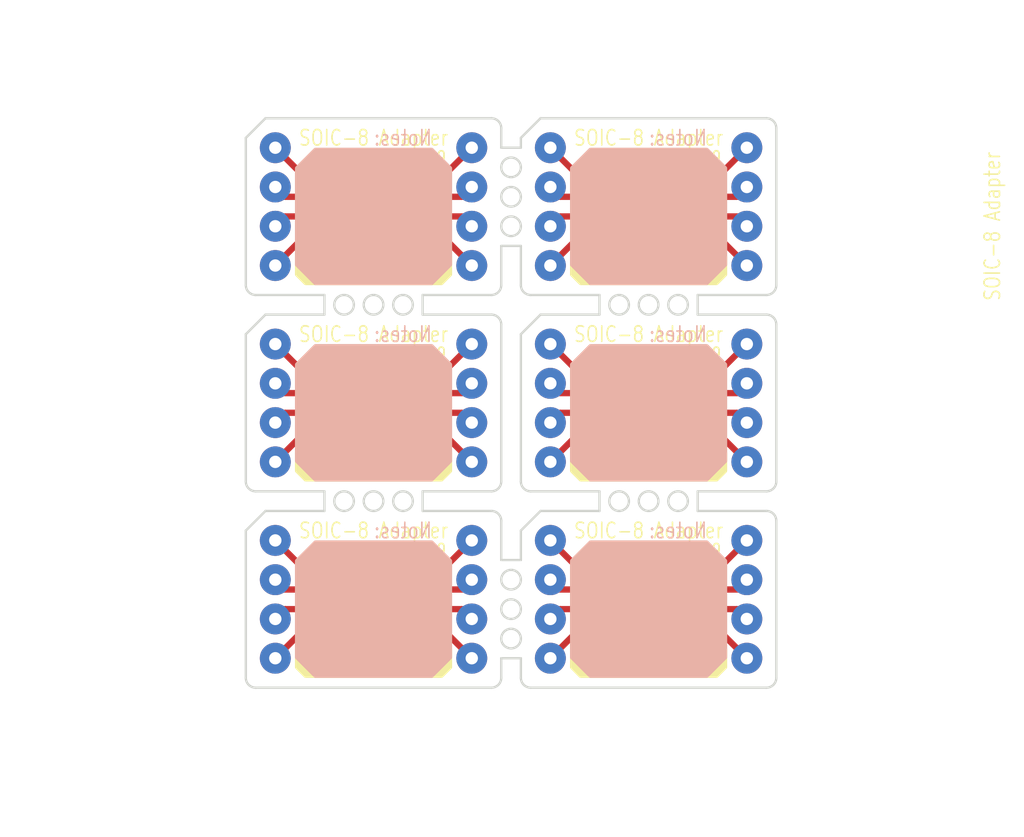
<source format=kicad_pcb>
(kicad_pcb (version 4) (host pcbnew 4.0.5+dfsg1-4~bpo8+1)

  (general
    (links 88)
    (no_connects 40)
    (area 32.309999 33.579999 66.750001 70.560001)
    (thickness 1.6)
    (drawings 117)
    (tracks 96)
    (zones 0)
    (modules 54)
    (nets 9)
  )

  (page A4)
  (layers
    (0 F.Cu signal)
    (31 B.Cu signal)
    (32 B.Adhes user)
    (33 F.Adhes user)
    (34 B.Paste user)
    (35 F.Paste user)
    (36 B.SilkS user)
    (37 F.SilkS user)
    (38 B.Mask user)
    (39 F.Mask user)
    (40 Dwgs.User user)
    (41 Cmts.User user)
    (42 Eco1.User user)
    (43 Eco2.User user)
    (44 Edge.Cuts user)
    (45 Margin user)
    (46 B.CrtYd user)
    (47 F.CrtYd user)
    (48 B.Fab user)
    (49 F.Fab user)
  )

  (setup
    (last_trace_width 0.4064)
    (trace_clearance 0.254)
    (zone_clearance 0.508)
    (zone_45_only yes)
    (trace_min 0.2)
    (segment_width 0.2)
    (edge_width 0.15)
    (via_size 0.6)
    (via_drill 0.4)
    (via_min_size 0.4)
    (via_min_drill 0.3)
    (uvia_size 0.3)
    (uvia_drill 0.1)
    (uvias_allowed no)
    (uvia_min_size 0)
    (uvia_min_drill 0)
    (pcb_text_width 0.3)
    (pcb_text_size 1.5 1.5)
    (mod_edge_width 0.15)
    (mod_text_size 1 1)
    (mod_text_width 0.15)
    (pad_size 1.524 1.524)
    (pad_drill 0.762)
    (pad_to_mask_clearance 0.2)
    (aux_axis_origin 0 0)
    (grid_origin 100.33 49.53)
    (visible_elements FFFFFF7F)
    (pcbplotparams
      (layerselection 0x010f0_80000001)
      (usegerberextensions false)
      (excludeedgelayer true)
      (linewidth 0.100000)
      (plotframeref false)
      (viasonmask false)
      (mode 1)
      (useauxorigin false)
      (hpglpennumber 1)
      (hpglpenspeed 20)
      (hpglpendiameter 15)
      (hpglpenoverlay 2)
      (psnegative false)
      (psa4output false)
      (plotreference true)
      (plotvalue true)
      (plotinvisibletext false)
      (padsonsilk false)
      (subtractmaskfromsilk false)
      (outputformat 1)
      (mirror false)
      (drillshape 0)
      (scaleselection 1)
      (outputdirectory ""))
  )

  (net 0 "")
  (net 1 "Net-(P1-Pad1)")
  (net 2 "Net-(P1-Pad4)")
  (net 3 "Net-(P1-Pad3)")
  (net 4 "Net-(P1-Pad2)")
  (net 5 "Net-(P1-Pad5)")
  (net 6 "Net-(P1-Pad6)")
  (net 7 "Net-(P1-Pad7)")
  (net 8 "Net-(P1-Pad8)")

  (net_class Default "This is the default net class."
    (clearance 0.254)
    (trace_width 0.4064)
    (via_dia 0.6)
    (via_drill 0.4)
    (uvia_dia 0.3)
    (uvia_drill 0.1)
    (add_net "Net-(P1-Pad1)")
    (add_net "Net-(P1-Pad2)")
    (add_net "Net-(P1-Pad3)")
    (add_net "Net-(P1-Pad4)")
    (add_net "Net-(P1-Pad5)")
    (add_net "Net-(P1-Pad6)")
    (add_net "Net-(P1-Pad7)")
    (add_net "Net-(P1-Pad8)")
  )

  (module Wire_Pads:SolderWirePad_single_0-8mmDrill (layer F.Cu) (tedit 5904DE93) (tstamp 5904EBF8)
    (at 64.77 60.96)
    (path /5904DEEE)
    (fp_text reference W8 (at 0 -2.54) (layer F.SilkS) hide
      (effects (font (size 1 1) (thickness 0.15)))
    )
    (fp_text value TEST_1P (at 0 2.54) (layer F.Fab) hide
      (effects (font (size 1 1) (thickness 0.15)))
    )
    (pad 1 thru_hole circle (at 0 0) (size 1.99898 1.99898) (drill 0.8001) (layers *.Cu *.Mask)
      (net 8 "Net-(P1-Pad8)"))
  )

  (module Wire_Pads:SolderWirePad_single_0-8mmDrill (layer F.Cu) (tedit 5904DE9D) (tstamp 5904EBF4)
    (at 64.77 63.5)
    (path /5904DF6E)
    (fp_text reference W7 (at 0 -2.54) (layer F.SilkS) hide
      (effects (font (size 1 1) (thickness 0.15)))
    )
    (fp_text value TEST_1P (at 0 2.54) (layer F.Fab) hide
      (effects (font (size 1 1) (thickness 0.15)))
    )
    (pad 1 thru_hole circle (at 0 0) (size 1.99898 1.99898) (drill 0.8001) (layers *.Cu *.Mask)
      (net 7 "Net-(P1-Pad7)"))
  )

  (module Wire_Pads:SolderWirePad_single_0-8mmDrill (layer F.Cu) (tedit 5904DEA1) (tstamp 5904EBF0)
    (at 64.77 66.04)
    (path /5904DF93)
    (fp_text reference W6 (at 0 -2.54) (layer F.SilkS) hide
      (effects (font (size 1 1) (thickness 0.15)))
    )
    (fp_text value TEST_1P (at 0 2.54) (layer F.Fab) hide
      (effects (font (size 1 1) (thickness 0.15)))
    )
    (pad 1 thru_hole circle (at 0 0) (size 1.99898 1.99898) (drill 0.8001) (layers *.Cu *.Mask)
      (net 6 "Net-(P1-Pad6)"))
  )

  (module Wire_Pads:SolderWirePad_single_0-8mmDrill (layer F.Cu) (tedit 5904DEA7) (tstamp 5904EBEC)
    (at 64.77 68.58)
    (path /5904DFBB)
    (fp_text reference W5 (at 0 -2.54) (layer F.SilkS) hide
      (effects (font (size 1 1) (thickness 0.15)))
    )
    (fp_text value TEST_1P (at 0 2.54) (layer F.Fab) hide
      (effects (font (size 1 1) (thickness 0.15)))
    )
    (pad 1 thru_hole circle (at 0 0) (size 1.99898 1.99898) (drill 0.8001) (layers *.Cu *.Mask)
      (net 5 "Net-(P1-Pad5)"))
  )

  (module Wire_Pads:SolderWirePad_single_0-8mmDrill (layer F.Cu) (tedit 5904DE83) (tstamp 5904EBE8)
    (at 52.07 68.58)
    (path /5904DDD2)
    (fp_text reference W4 (at 0 -2.54) (layer F.SilkS) hide
      (effects (font (size 1 1) (thickness 0.15)))
    )
    (fp_text value TEST_1P (at 0 2.54) (layer F.Fab) hide
      (effects (font (size 1 1) (thickness 0.15)))
    )
    (pad 1 thru_hole circle (at 0 0) (size 1.99898 1.99898) (drill 0.8001) (layers *.Cu *.Mask)
      (net 2 "Net-(P1-Pad4)"))
  )

  (module Wire_Pads:SolderWirePad_single_0-8mmDrill (layer F.Cu) (tedit 5904DE71) (tstamp 5904EBE4)
    (at 52.07 66.04)
    (path /5904DDB4)
    (fp_text reference W3 (at 0 -2.54) (layer F.SilkS) hide
      (effects (font (size 1 1) (thickness 0.15)))
    )
    (fp_text value TEST_1P (at 0 2.54) (layer F.Fab) hide
      (effects (font (size 1 1) (thickness 0.15)))
    )
    (pad 1 thru_hole circle (at 0 0) (size 1.99898 1.99898) (drill 0.8001) (layers *.Cu *.Mask)
      (net 3 "Net-(P1-Pad3)"))
  )

  (module Wire_Pads:SolderWirePad_single_0-8mmDrill (layer F.Cu) (tedit 5904DE4D) (tstamp 5904EBE0)
    (at 52.07 63.5)
    (path /5904DD99)
    (fp_text reference W2 (at 0 -2.54) (layer F.SilkS) hide
      (effects (font (size 1 1) (thickness 0.15)))
    )
    (fp_text value TEST_1P (at 0 2.54) (layer F.Fab) hide
      (effects (font (size 1 1) (thickness 0.15)))
    )
    (pad 1 thru_hole circle (at 0 0) (size 1.99898 1.99898) (drill 0.8001) (layers *.Cu *.Mask)
      (net 4 "Net-(P1-Pad2)"))
  )

  (module Wire_Pads:SolderWirePad_single_0-8mmDrill (layer F.Cu) (tedit 5904DE42) (tstamp 5904EBDC)
    (at 52.07 60.96)
    (path /5904DD2A)
    (fp_text reference W1 (at 0 -2.54) (layer F.SilkS) hide
      (effects (font (size 1 1) (thickness 0.15)))
    )
    (fp_text value TEST_1P (at 0 2.54) (layer F.Fab) hide
      (effects (font (size 1 1) (thickness 0.15)))
    )
    (pad 1 thru_hole circle (at 0 0) (size 1.99898 1.99898) (drill 0.8001) (layers *.Cu *.Mask)
      (net 1 "Net-(P1-Pad1)"))
  )

  (module Housings_SOIC:SOIC-8_3.9x4.9mm_Pitch1.27mm (layer F.Cu) (tedit 5904DE2C) (tstamp 5904EBC1)
    (at 58.42 64.77)
    (descr "8-Lead Plastic Small Outline (SN) - Narrow, 3.90 mm Body [SOIC] (see Microchip Packaging Specification 00000049BS.pdf)")
    (tags "SOIC 1.27")
    (path /5904DCAA)
    (attr smd)
    (fp_text reference P1 (at 0 -3.5) (layer F.SilkS) hide
      (effects (font (size 1 1) (thickness 0.15)))
    )
    (fp_text value DIL8 (at 0 3.5) (layer F.Fab) hide
      (effects (font (size 1 1) (thickness 0.15)))
    )
    (fp_line (start -0.95 -2.45) (end 1.95 -2.45) (layer F.Fab) (width 0.15))
    (fp_line (start 1.95 -2.45) (end 1.95 2.45) (layer F.Fab) (width 0.15))
    (fp_line (start 1.95 2.45) (end -1.95 2.45) (layer F.Fab) (width 0.15))
    (fp_line (start -1.95 2.45) (end -1.95 -1.45) (layer F.Fab) (width 0.15))
    (fp_line (start -1.95 -1.45) (end -0.95 -2.45) (layer F.Fab) (width 0.15))
    (fp_line (start -3.75 -2.75) (end -3.75 2.75) (layer F.CrtYd) (width 0.05))
    (fp_line (start 3.75 -2.75) (end 3.75 2.75) (layer F.CrtYd) (width 0.05))
    (fp_line (start -3.75 -2.75) (end 3.75 -2.75) (layer F.CrtYd) (width 0.05))
    (fp_line (start -3.75 2.75) (end 3.75 2.75) (layer F.CrtYd) (width 0.05))
    (fp_line (start -2.075 -2.575) (end -2.075 -2.525) (layer F.SilkS) (width 0.15))
    (fp_line (start 2.075 -2.575) (end 2.075 -2.43) (layer F.SilkS) (width 0.15))
    (fp_line (start 2.075 2.575) (end 2.075 2.43) (layer F.SilkS) (width 0.15))
    (fp_line (start -2.075 2.575) (end -2.075 2.43) (layer F.SilkS) (width 0.15))
    (fp_line (start -2.075 -2.575) (end 2.075 -2.575) (layer F.SilkS) (width 0.15))
    (fp_line (start -2.075 2.575) (end 2.075 2.575) (layer F.SilkS) (width 0.15))
    (fp_line (start -2.075 -2.525) (end -3.475 -2.525) (layer F.SilkS) (width 0.15))
    (pad 1 smd rect (at -2.7 -1.905) (size 1.55 0.6) (layers F.Cu F.Paste F.Mask)
      (net 1 "Net-(P1-Pad1)"))
    (pad 2 smd rect (at -2.7 -0.635) (size 1.55 0.6) (layers F.Cu F.Paste F.Mask)
      (net 4 "Net-(P1-Pad2)"))
    (pad 3 smd rect (at -2.7 0.635) (size 1.55 0.6) (layers F.Cu F.Paste F.Mask)
      (net 3 "Net-(P1-Pad3)"))
    (pad 4 smd rect (at -2.7 1.905) (size 1.55 0.6) (layers F.Cu F.Paste F.Mask)
      (net 2 "Net-(P1-Pad4)"))
    (pad 5 smd rect (at 2.7 1.905) (size 1.55 0.6) (layers F.Cu F.Paste F.Mask)
      (net 5 "Net-(P1-Pad5)"))
    (pad 6 smd rect (at 2.7 0.635) (size 1.55 0.6) (layers F.Cu F.Paste F.Mask)
      (net 6 "Net-(P1-Pad6)"))
    (pad 7 smd rect (at 2.7 -0.635) (size 1.55 0.6) (layers F.Cu F.Paste F.Mask)
      (net 7 "Net-(P1-Pad7)"))
    (pad 8 smd rect (at 2.7 -1.905) (size 1.55 0.6) (layers F.Cu F.Paste F.Mask)
      (net 8 "Net-(P1-Pad8)"))
    (model Housings_SOIC.3dshapes/SOIC-8_3.9x4.9mm_Pitch1.27mm.wrl
      (at (xyz 0 0 0))
      (scale (xyz 1 1 1))
      (rotate (xyz 0 0 0))
    )
  )

  (module Housings_SOIC:SOIC-8_3.9x4.9mm_Pitch1.27mm (layer F.Cu) (tedit 5904DE2C) (tstamp 5904EBA6)
    (at 40.64 64.77)
    (descr "8-Lead Plastic Small Outline (SN) - Narrow, 3.90 mm Body [SOIC] (see Microchip Packaging Specification 00000049BS.pdf)")
    (tags "SOIC 1.27")
    (path /5904DCAA)
    (attr smd)
    (fp_text reference P1 (at 0 -3.5) (layer F.SilkS) hide
      (effects (font (size 1 1) (thickness 0.15)))
    )
    (fp_text value DIL8 (at 0 3.5) (layer F.Fab) hide
      (effects (font (size 1 1) (thickness 0.15)))
    )
    (fp_line (start -0.95 -2.45) (end 1.95 -2.45) (layer F.Fab) (width 0.15))
    (fp_line (start 1.95 -2.45) (end 1.95 2.45) (layer F.Fab) (width 0.15))
    (fp_line (start 1.95 2.45) (end -1.95 2.45) (layer F.Fab) (width 0.15))
    (fp_line (start -1.95 2.45) (end -1.95 -1.45) (layer F.Fab) (width 0.15))
    (fp_line (start -1.95 -1.45) (end -0.95 -2.45) (layer F.Fab) (width 0.15))
    (fp_line (start -3.75 -2.75) (end -3.75 2.75) (layer F.CrtYd) (width 0.05))
    (fp_line (start 3.75 -2.75) (end 3.75 2.75) (layer F.CrtYd) (width 0.05))
    (fp_line (start -3.75 -2.75) (end 3.75 -2.75) (layer F.CrtYd) (width 0.05))
    (fp_line (start -3.75 2.75) (end 3.75 2.75) (layer F.CrtYd) (width 0.05))
    (fp_line (start -2.075 -2.575) (end -2.075 -2.525) (layer F.SilkS) (width 0.15))
    (fp_line (start 2.075 -2.575) (end 2.075 -2.43) (layer F.SilkS) (width 0.15))
    (fp_line (start 2.075 2.575) (end 2.075 2.43) (layer F.SilkS) (width 0.15))
    (fp_line (start -2.075 2.575) (end -2.075 2.43) (layer F.SilkS) (width 0.15))
    (fp_line (start -2.075 -2.575) (end 2.075 -2.575) (layer F.SilkS) (width 0.15))
    (fp_line (start -2.075 2.575) (end 2.075 2.575) (layer F.SilkS) (width 0.15))
    (fp_line (start -2.075 -2.525) (end -3.475 -2.525) (layer F.SilkS) (width 0.15))
    (pad 1 smd rect (at -2.7 -1.905) (size 1.55 0.6) (layers F.Cu F.Paste F.Mask)
      (net 1 "Net-(P1-Pad1)"))
    (pad 2 smd rect (at -2.7 -0.635) (size 1.55 0.6) (layers F.Cu F.Paste F.Mask)
      (net 4 "Net-(P1-Pad2)"))
    (pad 3 smd rect (at -2.7 0.635) (size 1.55 0.6) (layers F.Cu F.Paste F.Mask)
      (net 3 "Net-(P1-Pad3)"))
    (pad 4 smd rect (at -2.7 1.905) (size 1.55 0.6) (layers F.Cu F.Paste F.Mask)
      (net 2 "Net-(P1-Pad4)"))
    (pad 5 smd rect (at 2.7 1.905) (size 1.55 0.6) (layers F.Cu F.Paste F.Mask)
      (net 5 "Net-(P1-Pad5)"))
    (pad 6 smd rect (at 2.7 0.635) (size 1.55 0.6) (layers F.Cu F.Paste F.Mask)
      (net 6 "Net-(P1-Pad6)"))
    (pad 7 smd rect (at 2.7 -0.635) (size 1.55 0.6) (layers F.Cu F.Paste F.Mask)
      (net 7 "Net-(P1-Pad7)"))
    (pad 8 smd rect (at 2.7 -1.905) (size 1.55 0.6) (layers F.Cu F.Paste F.Mask)
      (net 8 "Net-(P1-Pad8)"))
    (model Housings_SOIC.3dshapes/SOIC-8_3.9x4.9mm_Pitch1.27mm.wrl
      (at (xyz 0 0 0))
      (scale (xyz 1 1 1))
      (rotate (xyz 0 0 0))
    )
  )

  (module Wire_Pads:SolderWirePad_single_0-8mmDrill (layer F.Cu) (tedit 5904DE42) (tstamp 5904EBA2)
    (at 34.29 60.96)
    (path /5904DD2A)
    (fp_text reference W1 (at 0 -2.54) (layer F.SilkS) hide
      (effects (font (size 1 1) (thickness 0.15)))
    )
    (fp_text value TEST_1P (at 0 2.54) (layer F.Fab) hide
      (effects (font (size 1 1) (thickness 0.15)))
    )
    (pad 1 thru_hole circle (at 0 0) (size 1.99898 1.99898) (drill 0.8001) (layers *.Cu *.Mask)
      (net 1 "Net-(P1-Pad1)"))
  )

  (module Wire_Pads:SolderWirePad_single_0-8mmDrill (layer F.Cu) (tedit 5904DE4D) (tstamp 5904EB9E)
    (at 34.29 63.5)
    (path /5904DD99)
    (fp_text reference W2 (at 0 -2.54) (layer F.SilkS) hide
      (effects (font (size 1 1) (thickness 0.15)))
    )
    (fp_text value TEST_1P (at 0 2.54) (layer F.Fab) hide
      (effects (font (size 1 1) (thickness 0.15)))
    )
    (pad 1 thru_hole circle (at 0 0) (size 1.99898 1.99898) (drill 0.8001) (layers *.Cu *.Mask)
      (net 4 "Net-(P1-Pad2)"))
  )

  (module Wire_Pads:SolderWirePad_single_0-8mmDrill (layer F.Cu) (tedit 5904DE71) (tstamp 5904EB9A)
    (at 34.29 66.04)
    (path /5904DDB4)
    (fp_text reference W3 (at 0 -2.54) (layer F.SilkS) hide
      (effects (font (size 1 1) (thickness 0.15)))
    )
    (fp_text value TEST_1P (at 0 2.54) (layer F.Fab) hide
      (effects (font (size 1 1) (thickness 0.15)))
    )
    (pad 1 thru_hole circle (at 0 0) (size 1.99898 1.99898) (drill 0.8001) (layers *.Cu *.Mask)
      (net 3 "Net-(P1-Pad3)"))
  )

  (module Wire_Pads:SolderWirePad_single_0-8mmDrill (layer F.Cu) (tedit 5904DE83) (tstamp 5904EB96)
    (at 34.29 68.58)
    (path /5904DDD2)
    (fp_text reference W4 (at 0 -2.54) (layer F.SilkS) hide
      (effects (font (size 1 1) (thickness 0.15)))
    )
    (fp_text value TEST_1P (at 0 2.54) (layer F.Fab) hide
      (effects (font (size 1 1) (thickness 0.15)))
    )
    (pad 1 thru_hole circle (at 0 0) (size 1.99898 1.99898) (drill 0.8001) (layers *.Cu *.Mask)
      (net 2 "Net-(P1-Pad4)"))
  )

  (module Wire_Pads:SolderWirePad_single_0-8mmDrill (layer F.Cu) (tedit 5904DEA7) (tstamp 5904EB92)
    (at 46.99 68.58)
    (path /5904DFBB)
    (fp_text reference W5 (at 0 -2.54) (layer F.SilkS) hide
      (effects (font (size 1 1) (thickness 0.15)))
    )
    (fp_text value TEST_1P (at 0 2.54) (layer F.Fab) hide
      (effects (font (size 1 1) (thickness 0.15)))
    )
    (pad 1 thru_hole circle (at 0 0) (size 1.99898 1.99898) (drill 0.8001) (layers *.Cu *.Mask)
      (net 5 "Net-(P1-Pad5)"))
  )

  (module Wire_Pads:SolderWirePad_single_0-8mmDrill (layer F.Cu) (tedit 5904DEA1) (tstamp 5904EB8E)
    (at 46.99 66.04)
    (path /5904DF93)
    (fp_text reference W6 (at 0 -2.54) (layer F.SilkS) hide
      (effects (font (size 1 1) (thickness 0.15)))
    )
    (fp_text value TEST_1P (at 0 2.54) (layer F.Fab) hide
      (effects (font (size 1 1) (thickness 0.15)))
    )
    (pad 1 thru_hole circle (at 0 0) (size 1.99898 1.99898) (drill 0.8001) (layers *.Cu *.Mask)
      (net 6 "Net-(P1-Pad6)"))
  )

  (module Wire_Pads:SolderWirePad_single_0-8mmDrill (layer F.Cu) (tedit 5904DE9D) (tstamp 5904EB8A)
    (at 46.99 63.5)
    (path /5904DF6E)
    (fp_text reference W7 (at 0 -2.54) (layer F.SilkS) hide
      (effects (font (size 1 1) (thickness 0.15)))
    )
    (fp_text value TEST_1P (at 0 2.54) (layer F.Fab) hide
      (effects (font (size 1 1) (thickness 0.15)))
    )
    (pad 1 thru_hole circle (at 0 0) (size 1.99898 1.99898) (drill 0.8001) (layers *.Cu *.Mask)
      (net 7 "Net-(P1-Pad7)"))
  )

  (module Wire_Pads:SolderWirePad_single_0-8mmDrill (layer F.Cu) (tedit 5904DE93) (tstamp 5904EB86)
    (at 46.99 60.96)
    (path /5904DEEE)
    (fp_text reference W8 (at 0 -2.54) (layer F.SilkS) hide
      (effects (font (size 1 1) (thickness 0.15)))
    )
    (fp_text value TEST_1P (at 0 2.54) (layer F.Fab) hide
      (effects (font (size 1 1) (thickness 0.15)))
    )
    (pad 1 thru_hole circle (at 0 0) (size 1.99898 1.99898) (drill 0.8001) (layers *.Cu *.Mask)
      (net 8 "Net-(P1-Pad8)"))
  )

  (module Wire_Pads:SolderWirePad_single_0-8mmDrill (layer F.Cu) (tedit 5904DE93) (tstamp 5904EB46)
    (at 46.99 48.26)
    (path /5904DEEE)
    (fp_text reference W8 (at 0 -2.54) (layer F.SilkS) hide
      (effects (font (size 1 1) (thickness 0.15)))
    )
    (fp_text value TEST_1P (at 0 2.54) (layer F.Fab) hide
      (effects (font (size 1 1) (thickness 0.15)))
    )
    (pad 1 thru_hole circle (at 0 0) (size 1.99898 1.99898) (drill 0.8001) (layers *.Cu *.Mask)
      (net 8 "Net-(P1-Pad8)"))
  )

  (module Wire_Pads:SolderWirePad_single_0-8mmDrill (layer F.Cu) (tedit 5904DE9D) (tstamp 5904EB42)
    (at 46.99 50.8)
    (path /5904DF6E)
    (fp_text reference W7 (at 0 -2.54) (layer F.SilkS) hide
      (effects (font (size 1 1) (thickness 0.15)))
    )
    (fp_text value TEST_1P (at 0 2.54) (layer F.Fab) hide
      (effects (font (size 1 1) (thickness 0.15)))
    )
    (pad 1 thru_hole circle (at 0 0) (size 1.99898 1.99898) (drill 0.8001) (layers *.Cu *.Mask)
      (net 7 "Net-(P1-Pad7)"))
  )

  (module Wire_Pads:SolderWirePad_single_0-8mmDrill (layer F.Cu) (tedit 5904DEA1) (tstamp 5904EB3E)
    (at 46.99 53.34)
    (path /5904DF93)
    (fp_text reference W6 (at 0 -2.54) (layer F.SilkS) hide
      (effects (font (size 1 1) (thickness 0.15)))
    )
    (fp_text value TEST_1P (at 0 2.54) (layer F.Fab) hide
      (effects (font (size 1 1) (thickness 0.15)))
    )
    (pad 1 thru_hole circle (at 0 0) (size 1.99898 1.99898) (drill 0.8001) (layers *.Cu *.Mask)
      (net 6 "Net-(P1-Pad6)"))
  )

  (module Wire_Pads:SolderWirePad_single_0-8mmDrill (layer F.Cu) (tedit 5904DEA7) (tstamp 5904EB3A)
    (at 46.99 55.88)
    (path /5904DFBB)
    (fp_text reference W5 (at 0 -2.54) (layer F.SilkS) hide
      (effects (font (size 1 1) (thickness 0.15)))
    )
    (fp_text value TEST_1P (at 0 2.54) (layer F.Fab) hide
      (effects (font (size 1 1) (thickness 0.15)))
    )
    (pad 1 thru_hole circle (at 0 0) (size 1.99898 1.99898) (drill 0.8001) (layers *.Cu *.Mask)
      (net 5 "Net-(P1-Pad5)"))
  )

  (module Wire_Pads:SolderWirePad_single_0-8mmDrill (layer F.Cu) (tedit 5904DE83) (tstamp 5904EB36)
    (at 34.29 55.88)
    (path /5904DDD2)
    (fp_text reference W4 (at 0 -2.54) (layer F.SilkS) hide
      (effects (font (size 1 1) (thickness 0.15)))
    )
    (fp_text value TEST_1P (at 0 2.54) (layer F.Fab) hide
      (effects (font (size 1 1) (thickness 0.15)))
    )
    (pad 1 thru_hole circle (at 0 0) (size 1.99898 1.99898) (drill 0.8001) (layers *.Cu *.Mask)
      (net 2 "Net-(P1-Pad4)"))
  )

  (module Wire_Pads:SolderWirePad_single_0-8mmDrill (layer F.Cu) (tedit 5904DE71) (tstamp 5904EB32)
    (at 34.29 53.34)
    (path /5904DDB4)
    (fp_text reference W3 (at 0 -2.54) (layer F.SilkS) hide
      (effects (font (size 1 1) (thickness 0.15)))
    )
    (fp_text value TEST_1P (at 0 2.54) (layer F.Fab) hide
      (effects (font (size 1 1) (thickness 0.15)))
    )
    (pad 1 thru_hole circle (at 0 0) (size 1.99898 1.99898) (drill 0.8001) (layers *.Cu *.Mask)
      (net 3 "Net-(P1-Pad3)"))
  )

  (module Wire_Pads:SolderWirePad_single_0-8mmDrill (layer F.Cu) (tedit 5904DE4D) (tstamp 5904EB2E)
    (at 34.29 50.8)
    (path /5904DD99)
    (fp_text reference W2 (at 0 -2.54) (layer F.SilkS) hide
      (effects (font (size 1 1) (thickness 0.15)))
    )
    (fp_text value TEST_1P (at 0 2.54) (layer F.Fab) hide
      (effects (font (size 1 1) (thickness 0.15)))
    )
    (pad 1 thru_hole circle (at 0 0) (size 1.99898 1.99898) (drill 0.8001) (layers *.Cu *.Mask)
      (net 4 "Net-(P1-Pad2)"))
  )

  (module Wire_Pads:SolderWirePad_single_0-8mmDrill (layer F.Cu) (tedit 5904DE42) (tstamp 5904EB2A)
    (at 34.29 48.26)
    (path /5904DD2A)
    (fp_text reference W1 (at 0 -2.54) (layer F.SilkS) hide
      (effects (font (size 1 1) (thickness 0.15)))
    )
    (fp_text value TEST_1P (at 0 2.54) (layer F.Fab) hide
      (effects (font (size 1 1) (thickness 0.15)))
    )
    (pad 1 thru_hole circle (at 0 0) (size 1.99898 1.99898) (drill 0.8001) (layers *.Cu *.Mask)
      (net 1 "Net-(P1-Pad1)"))
  )

  (module Housings_SOIC:SOIC-8_3.9x4.9mm_Pitch1.27mm (layer F.Cu) (tedit 5904DE2C) (tstamp 5904EB0F)
    (at 40.64 52.07)
    (descr "8-Lead Plastic Small Outline (SN) - Narrow, 3.90 mm Body [SOIC] (see Microchip Packaging Specification 00000049BS.pdf)")
    (tags "SOIC 1.27")
    (path /5904DCAA)
    (attr smd)
    (fp_text reference P1 (at 0 -3.5) (layer F.SilkS) hide
      (effects (font (size 1 1) (thickness 0.15)))
    )
    (fp_text value DIL8 (at 0 3.5) (layer F.Fab) hide
      (effects (font (size 1 1) (thickness 0.15)))
    )
    (fp_line (start -0.95 -2.45) (end 1.95 -2.45) (layer F.Fab) (width 0.15))
    (fp_line (start 1.95 -2.45) (end 1.95 2.45) (layer F.Fab) (width 0.15))
    (fp_line (start 1.95 2.45) (end -1.95 2.45) (layer F.Fab) (width 0.15))
    (fp_line (start -1.95 2.45) (end -1.95 -1.45) (layer F.Fab) (width 0.15))
    (fp_line (start -1.95 -1.45) (end -0.95 -2.45) (layer F.Fab) (width 0.15))
    (fp_line (start -3.75 -2.75) (end -3.75 2.75) (layer F.CrtYd) (width 0.05))
    (fp_line (start 3.75 -2.75) (end 3.75 2.75) (layer F.CrtYd) (width 0.05))
    (fp_line (start -3.75 -2.75) (end 3.75 -2.75) (layer F.CrtYd) (width 0.05))
    (fp_line (start -3.75 2.75) (end 3.75 2.75) (layer F.CrtYd) (width 0.05))
    (fp_line (start -2.075 -2.575) (end -2.075 -2.525) (layer F.SilkS) (width 0.15))
    (fp_line (start 2.075 -2.575) (end 2.075 -2.43) (layer F.SilkS) (width 0.15))
    (fp_line (start 2.075 2.575) (end 2.075 2.43) (layer F.SilkS) (width 0.15))
    (fp_line (start -2.075 2.575) (end -2.075 2.43) (layer F.SilkS) (width 0.15))
    (fp_line (start -2.075 -2.575) (end 2.075 -2.575) (layer F.SilkS) (width 0.15))
    (fp_line (start -2.075 2.575) (end 2.075 2.575) (layer F.SilkS) (width 0.15))
    (fp_line (start -2.075 -2.525) (end -3.475 -2.525) (layer F.SilkS) (width 0.15))
    (pad 1 smd rect (at -2.7 -1.905) (size 1.55 0.6) (layers F.Cu F.Paste F.Mask)
      (net 1 "Net-(P1-Pad1)"))
    (pad 2 smd rect (at -2.7 -0.635) (size 1.55 0.6) (layers F.Cu F.Paste F.Mask)
      (net 4 "Net-(P1-Pad2)"))
    (pad 3 smd rect (at -2.7 0.635) (size 1.55 0.6) (layers F.Cu F.Paste F.Mask)
      (net 3 "Net-(P1-Pad3)"))
    (pad 4 smd rect (at -2.7 1.905) (size 1.55 0.6) (layers F.Cu F.Paste F.Mask)
      (net 2 "Net-(P1-Pad4)"))
    (pad 5 smd rect (at 2.7 1.905) (size 1.55 0.6) (layers F.Cu F.Paste F.Mask)
      (net 5 "Net-(P1-Pad5)"))
    (pad 6 smd rect (at 2.7 0.635) (size 1.55 0.6) (layers F.Cu F.Paste F.Mask)
      (net 6 "Net-(P1-Pad6)"))
    (pad 7 smd rect (at 2.7 -0.635) (size 1.55 0.6) (layers F.Cu F.Paste F.Mask)
      (net 7 "Net-(P1-Pad7)"))
    (pad 8 smd rect (at 2.7 -1.905) (size 1.55 0.6) (layers F.Cu F.Paste F.Mask)
      (net 8 "Net-(P1-Pad8)"))
    (model Housings_SOIC.3dshapes/SOIC-8_3.9x4.9mm_Pitch1.27mm.wrl
      (at (xyz 0 0 0))
      (scale (xyz 1 1 1))
      (rotate (xyz 0 0 0))
    )
  )

  (module Housings_SOIC:SOIC-8_3.9x4.9mm_Pitch1.27mm (layer F.Cu) (tedit 5904DE2C) (tstamp 5904EAF4)
    (at 58.42 52.07)
    (descr "8-Lead Plastic Small Outline (SN) - Narrow, 3.90 mm Body [SOIC] (see Microchip Packaging Specification 00000049BS.pdf)")
    (tags "SOIC 1.27")
    (path /5904DCAA)
    (attr smd)
    (fp_text reference P1 (at 0 -3.5) (layer F.SilkS) hide
      (effects (font (size 1 1) (thickness 0.15)))
    )
    (fp_text value DIL8 (at 0 3.5) (layer F.Fab) hide
      (effects (font (size 1 1) (thickness 0.15)))
    )
    (fp_line (start -0.95 -2.45) (end 1.95 -2.45) (layer F.Fab) (width 0.15))
    (fp_line (start 1.95 -2.45) (end 1.95 2.45) (layer F.Fab) (width 0.15))
    (fp_line (start 1.95 2.45) (end -1.95 2.45) (layer F.Fab) (width 0.15))
    (fp_line (start -1.95 2.45) (end -1.95 -1.45) (layer F.Fab) (width 0.15))
    (fp_line (start -1.95 -1.45) (end -0.95 -2.45) (layer F.Fab) (width 0.15))
    (fp_line (start -3.75 -2.75) (end -3.75 2.75) (layer F.CrtYd) (width 0.05))
    (fp_line (start 3.75 -2.75) (end 3.75 2.75) (layer F.CrtYd) (width 0.05))
    (fp_line (start -3.75 -2.75) (end 3.75 -2.75) (layer F.CrtYd) (width 0.05))
    (fp_line (start -3.75 2.75) (end 3.75 2.75) (layer F.CrtYd) (width 0.05))
    (fp_line (start -2.075 -2.575) (end -2.075 -2.525) (layer F.SilkS) (width 0.15))
    (fp_line (start 2.075 -2.575) (end 2.075 -2.43) (layer F.SilkS) (width 0.15))
    (fp_line (start 2.075 2.575) (end 2.075 2.43) (layer F.SilkS) (width 0.15))
    (fp_line (start -2.075 2.575) (end -2.075 2.43) (layer F.SilkS) (width 0.15))
    (fp_line (start -2.075 -2.575) (end 2.075 -2.575) (layer F.SilkS) (width 0.15))
    (fp_line (start -2.075 2.575) (end 2.075 2.575) (layer F.SilkS) (width 0.15))
    (fp_line (start -2.075 -2.525) (end -3.475 -2.525) (layer F.SilkS) (width 0.15))
    (pad 1 smd rect (at -2.7 -1.905) (size 1.55 0.6) (layers F.Cu F.Paste F.Mask)
      (net 1 "Net-(P1-Pad1)"))
    (pad 2 smd rect (at -2.7 -0.635) (size 1.55 0.6) (layers F.Cu F.Paste F.Mask)
      (net 4 "Net-(P1-Pad2)"))
    (pad 3 smd rect (at -2.7 0.635) (size 1.55 0.6) (layers F.Cu F.Paste F.Mask)
      (net 3 "Net-(P1-Pad3)"))
    (pad 4 smd rect (at -2.7 1.905) (size 1.55 0.6) (layers F.Cu F.Paste F.Mask)
      (net 2 "Net-(P1-Pad4)"))
    (pad 5 smd rect (at 2.7 1.905) (size 1.55 0.6) (layers F.Cu F.Paste F.Mask)
      (net 5 "Net-(P1-Pad5)"))
    (pad 6 smd rect (at 2.7 0.635) (size 1.55 0.6) (layers F.Cu F.Paste F.Mask)
      (net 6 "Net-(P1-Pad6)"))
    (pad 7 smd rect (at 2.7 -0.635) (size 1.55 0.6) (layers F.Cu F.Paste F.Mask)
      (net 7 "Net-(P1-Pad7)"))
    (pad 8 smd rect (at 2.7 -1.905) (size 1.55 0.6) (layers F.Cu F.Paste F.Mask)
      (net 8 "Net-(P1-Pad8)"))
    (model Housings_SOIC.3dshapes/SOIC-8_3.9x4.9mm_Pitch1.27mm.wrl
      (at (xyz 0 0 0))
      (scale (xyz 1 1 1))
      (rotate (xyz 0 0 0))
    )
  )

  (module Wire_Pads:SolderWirePad_single_0-8mmDrill (layer F.Cu) (tedit 5904DE42) (tstamp 5904EAF0)
    (at 52.07 48.26)
    (path /5904DD2A)
    (fp_text reference W1 (at 0 -2.54) (layer F.SilkS) hide
      (effects (font (size 1 1) (thickness 0.15)))
    )
    (fp_text value TEST_1P (at 0 2.54) (layer F.Fab) hide
      (effects (font (size 1 1) (thickness 0.15)))
    )
    (pad 1 thru_hole circle (at 0 0) (size 1.99898 1.99898) (drill 0.8001) (layers *.Cu *.Mask)
      (net 1 "Net-(P1-Pad1)"))
  )

  (module Wire_Pads:SolderWirePad_single_0-8mmDrill (layer F.Cu) (tedit 5904DE4D) (tstamp 5904EAEC)
    (at 52.07 50.8)
    (path /5904DD99)
    (fp_text reference W2 (at 0 -2.54) (layer F.SilkS) hide
      (effects (font (size 1 1) (thickness 0.15)))
    )
    (fp_text value TEST_1P (at 0 2.54) (layer F.Fab) hide
      (effects (font (size 1 1) (thickness 0.15)))
    )
    (pad 1 thru_hole circle (at 0 0) (size 1.99898 1.99898) (drill 0.8001) (layers *.Cu *.Mask)
      (net 4 "Net-(P1-Pad2)"))
  )

  (module Wire_Pads:SolderWirePad_single_0-8mmDrill (layer F.Cu) (tedit 5904DE71) (tstamp 5904EAE8)
    (at 52.07 53.34)
    (path /5904DDB4)
    (fp_text reference W3 (at 0 -2.54) (layer F.SilkS) hide
      (effects (font (size 1 1) (thickness 0.15)))
    )
    (fp_text value TEST_1P (at 0 2.54) (layer F.Fab) hide
      (effects (font (size 1 1) (thickness 0.15)))
    )
    (pad 1 thru_hole circle (at 0 0) (size 1.99898 1.99898) (drill 0.8001) (layers *.Cu *.Mask)
      (net 3 "Net-(P1-Pad3)"))
  )

  (module Wire_Pads:SolderWirePad_single_0-8mmDrill (layer F.Cu) (tedit 5904DE83) (tstamp 5904EAE4)
    (at 52.07 55.88)
    (path /5904DDD2)
    (fp_text reference W4 (at 0 -2.54) (layer F.SilkS) hide
      (effects (font (size 1 1) (thickness 0.15)))
    )
    (fp_text value TEST_1P (at 0 2.54) (layer F.Fab) hide
      (effects (font (size 1 1) (thickness 0.15)))
    )
    (pad 1 thru_hole circle (at 0 0) (size 1.99898 1.99898) (drill 0.8001) (layers *.Cu *.Mask)
      (net 2 "Net-(P1-Pad4)"))
  )

  (module Wire_Pads:SolderWirePad_single_0-8mmDrill (layer F.Cu) (tedit 5904DEA7) (tstamp 5904EAE0)
    (at 64.77 55.88)
    (path /5904DFBB)
    (fp_text reference W5 (at 0 -2.54) (layer F.SilkS) hide
      (effects (font (size 1 1) (thickness 0.15)))
    )
    (fp_text value TEST_1P (at 0 2.54) (layer F.Fab) hide
      (effects (font (size 1 1) (thickness 0.15)))
    )
    (pad 1 thru_hole circle (at 0 0) (size 1.99898 1.99898) (drill 0.8001) (layers *.Cu *.Mask)
      (net 5 "Net-(P1-Pad5)"))
  )

  (module Wire_Pads:SolderWirePad_single_0-8mmDrill (layer F.Cu) (tedit 5904DEA1) (tstamp 5904EADC)
    (at 64.77 53.34)
    (path /5904DF93)
    (fp_text reference W6 (at 0 -2.54) (layer F.SilkS) hide
      (effects (font (size 1 1) (thickness 0.15)))
    )
    (fp_text value TEST_1P (at 0 2.54) (layer F.Fab) hide
      (effects (font (size 1 1) (thickness 0.15)))
    )
    (pad 1 thru_hole circle (at 0 0) (size 1.99898 1.99898) (drill 0.8001) (layers *.Cu *.Mask)
      (net 6 "Net-(P1-Pad6)"))
  )

  (module Wire_Pads:SolderWirePad_single_0-8mmDrill (layer F.Cu) (tedit 5904DE9D) (tstamp 5904EAD8)
    (at 64.77 50.8)
    (path /5904DF6E)
    (fp_text reference W7 (at 0 -2.54) (layer F.SilkS) hide
      (effects (font (size 1 1) (thickness 0.15)))
    )
    (fp_text value TEST_1P (at 0 2.54) (layer F.Fab) hide
      (effects (font (size 1 1) (thickness 0.15)))
    )
    (pad 1 thru_hole circle (at 0 0) (size 1.99898 1.99898) (drill 0.8001) (layers *.Cu *.Mask)
      (net 7 "Net-(P1-Pad7)"))
  )

  (module Wire_Pads:SolderWirePad_single_0-8mmDrill (layer F.Cu) (tedit 5904DE93) (tstamp 5904EAD4)
    (at 64.77 48.26)
    (path /5904DEEE)
    (fp_text reference W8 (at 0 -2.54) (layer F.SilkS) hide
      (effects (font (size 1 1) (thickness 0.15)))
    )
    (fp_text value TEST_1P (at 0 2.54) (layer F.Fab) hide
      (effects (font (size 1 1) (thickness 0.15)))
    )
    (pad 1 thru_hole circle (at 0 0) (size 1.99898 1.99898) (drill 0.8001) (layers *.Cu *.Mask)
      (net 8 "Net-(P1-Pad8)"))
  )

  (module Wire_Pads:SolderWirePad_single_0-8mmDrill (layer F.Cu) (tedit 5904DE93) (tstamp 5904EA59)
    (at 64.77 35.56)
    (path /5904DEEE)
    (fp_text reference W8 (at 0 -2.54) (layer F.SilkS) hide
      (effects (font (size 1 1) (thickness 0.15)))
    )
    (fp_text value TEST_1P (at 0 2.54) (layer F.Fab) hide
      (effects (font (size 1 1) (thickness 0.15)))
    )
    (pad 1 thru_hole circle (at 0 0) (size 1.99898 1.99898) (drill 0.8001) (layers *.Cu *.Mask)
      (net 8 "Net-(P1-Pad8)"))
  )

  (module Wire_Pads:SolderWirePad_single_0-8mmDrill (layer F.Cu) (tedit 5904DE9D) (tstamp 5904EA55)
    (at 64.77 38.1)
    (path /5904DF6E)
    (fp_text reference W7 (at 0 -2.54) (layer F.SilkS) hide
      (effects (font (size 1 1) (thickness 0.15)))
    )
    (fp_text value TEST_1P (at 0 2.54) (layer F.Fab) hide
      (effects (font (size 1 1) (thickness 0.15)))
    )
    (pad 1 thru_hole circle (at 0 0) (size 1.99898 1.99898) (drill 0.8001) (layers *.Cu *.Mask)
      (net 7 "Net-(P1-Pad7)"))
  )

  (module Wire_Pads:SolderWirePad_single_0-8mmDrill (layer F.Cu) (tedit 5904DEA1) (tstamp 5904EA51)
    (at 64.77 40.64)
    (path /5904DF93)
    (fp_text reference W6 (at 0 -2.54) (layer F.SilkS) hide
      (effects (font (size 1 1) (thickness 0.15)))
    )
    (fp_text value TEST_1P (at 0 2.54) (layer F.Fab) hide
      (effects (font (size 1 1) (thickness 0.15)))
    )
    (pad 1 thru_hole circle (at 0 0) (size 1.99898 1.99898) (drill 0.8001) (layers *.Cu *.Mask)
      (net 6 "Net-(P1-Pad6)"))
  )

  (module Wire_Pads:SolderWirePad_single_0-8mmDrill (layer F.Cu) (tedit 5904DEA7) (tstamp 5904EA4D)
    (at 64.77 43.18)
    (path /5904DFBB)
    (fp_text reference W5 (at 0 -2.54) (layer F.SilkS) hide
      (effects (font (size 1 1) (thickness 0.15)))
    )
    (fp_text value TEST_1P (at 0 2.54) (layer F.Fab) hide
      (effects (font (size 1 1) (thickness 0.15)))
    )
    (pad 1 thru_hole circle (at 0 0) (size 1.99898 1.99898) (drill 0.8001) (layers *.Cu *.Mask)
      (net 5 "Net-(P1-Pad5)"))
  )

  (module Wire_Pads:SolderWirePad_single_0-8mmDrill (layer F.Cu) (tedit 5904DE83) (tstamp 5904EA49)
    (at 52.07 43.18)
    (path /5904DDD2)
    (fp_text reference W4 (at 0 -2.54) (layer F.SilkS) hide
      (effects (font (size 1 1) (thickness 0.15)))
    )
    (fp_text value TEST_1P (at 0 2.54) (layer F.Fab) hide
      (effects (font (size 1 1) (thickness 0.15)))
    )
    (pad 1 thru_hole circle (at 0 0) (size 1.99898 1.99898) (drill 0.8001) (layers *.Cu *.Mask)
      (net 2 "Net-(P1-Pad4)"))
  )

  (module Wire_Pads:SolderWirePad_single_0-8mmDrill (layer F.Cu) (tedit 5904DE71) (tstamp 5904EA45)
    (at 52.07 40.64)
    (path /5904DDB4)
    (fp_text reference W3 (at 0 -2.54) (layer F.SilkS) hide
      (effects (font (size 1 1) (thickness 0.15)))
    )
    (fp_text value TEST_1P (at 0 2.54) (layer F.Fab) hide
      (effects (font (size 1 1) (thickness 0.15)))
    )
    (pad 1 thru_hole circle (at 0 0) (size 1.99898 1.99898) (drill 0.8001) (layers *.Cu *.Mask)
      (net 3 "Net-(P1-Pad3)"))
  )

  (module Wire_Pads:SolderWirePad_single_0-8mmDrill (layer F.Cu) (tedit 5904DE4D) (tstamp 5904EA41)
    (at 52.07 38.1)
    (path /5904DD99)
    (fp_text reference W2 (at 0 -2.54) (layer F.SilkS) hide
      (effects (font (size 1 1) (thickness 0.15)))
    )
    (fp_text value TEST_1P (at 0 2.54) (layer F.Fab) hide
      (effects (font (size 1 1) (thickness 0.15)))
    )
    (pad 1 thru_hole circle (at 0 0) (size 1.99898 1.99898) (drill 0.8001) (layers *.Cu *.Mask)
      (net 4 "Net-(P1-Pad2)"))
  )

  (module Wire_Pads:SolderWirePad_single_0-8mmDrill (layer F.Cu) (tedit 5904DE42) (tstamp 5904EA3D)
    (at 52.07 35.56)
    (path /5904DD2A)
    (fp_text reference W1 (at 0 -2.54) (layer F.SilkS) hide
      (effects (font (size 1 1) (thickness 0.15)))
    )
    (fp_text value TEST_1P (at 0 2.54) (layer F.Fab) hide
      (effects (font (size 1 1) (thickness 0.15)))
    )
    (pad 1 thru_hole circle (at 0 0) (size 1.99898 1.99898) (drill 0.8001) (layers *.Cu *.Mask)
      (net 1 "Net-(P1-Pad1)"))
  )

  (module Housings_SOIC:SOIC-8_3.9x4.9mm_Pitch1.27mm (layer F.Cu) (tedit 5904DE2C) (tstamp 5904EA22)
    (at 58.42 39.37)
    (descr "8-Lead Plastic Small Outline (SN) - Narrow, 3.90 mm Body [SOIC] (see Microchip Packaging Specification 00000049BS.pdf)")
    (tags "SOIC 1.27")
    (path /5904DCAA)
    (attr smd)
    (fp_text reference P1 (at 0 -3.5) (layer F.SilkS) hide
      (effects (font (size 1 1) (thickness 0.15)))
    )
    (fp_text value DIL8 (at 0 3.5) (layer F.Fab) hide
      (effects (font (size 1 1) (thickness 0.15)))
    )
    (fp_line (start -0.95 -2.45) (end 1.95 -2.45) (layer F.Fab) (width 0.15))
    (fp_line (start 1.95 -2.45) (end 1.95 2.45) (layer F.Fab) (width 0.15))
    (fp_line (start 1.95 2.45) (end -1.95 2.45) (layer F.Fab) (width 0.15))
    (fp_line (start -1.95 2.45) (end -1.95 -1.45) (layer F.Fab) (width 0.15))
    (fp_line (start -1.95 -1.45) (end -0.95 -2.45) (layer F.Fab) (width 0.15))
    (fp_line (start -3.75 -2.75) (end -3.75 2.75) (layer F.CrtYd) (width 0.05))
    (fp_line (start 3.75 -2.75) (end 3.75 2.75) (layer F.CrtYd) (width 0.05))
    (fp_line (start -3.75 -2.75) (end 3.75 -2.75) (layer F.CrtYd) (width 0.05))
    (fp_line (start -3.75 2.75) (end 3.75 2.75) (layer F.CrtYd) (width 0.05))
    (fp_line (start -2.075 -2.575) (end -2.075 -2.525) (layer F.SilkS) (width 0.15))
    (fp_line (start 2.075 -2.575) (end 2.075 -2.43) (layer F.SilkS) (width 0.15))
    (fp_line (start 2.075 2.575) (end 2.075 2.43) (layer F.SilkS) (width 0.15))
    (fp_line (start -2.075 2.575) (end -2.075 2.43) (layer F.SilkS) (width 0.15))
    (fp_line (start -2.075 -2.575) (end 2.075 -2.575) (layer F.SilkS) (width 0.15))
    (fp_line (start -2.075 2.575) (end 2.075 2.575) (layer F.SilkS) (width 0.15))
    (fp_line (start -2.075 -2.525) (end -3.475 -2.525) (layer F.SilkS) (width 0.15))
    (pad 1 smd rect (at -2.7 -1.905) (size 1.55 0.6) (layers F.Cu F.Paste F.Mask)
      (net 1 "Net-(P1-Pad1)"))
    (pad 2 smd rect (at -2.7 -0.635) (size 1.55 0.6) (layers F.Cu F.Paste F.Mask)
      (net 4 "Net-(P1-Pad2)"))
    (pad 3 smd rect (at -2.7 0.635) (size 1.55 0.6) (layers F.Cu F.Paste F.Mask)
      (net 3 "Net-(P1-Pad3)"))
    (pad 4 smd rect (at -2.7 1.905) (size 1.55 0.6) (layers F.Cu F.Paste F.Mask)
      (net 2 "Net-(P1-Pad4)"))
    (pad 5 smd rect (at 2.7 1.905) (size 1.55 0.6) (layers F.Cu F.Paste F.Mask)
      (net 5 "Net-(P1-Pad5)"))
    (pad 6 smd rect (at 2.7 0.635) (size 1.55 0.6) (layers F.Cu F.Paste F.Mask)
      (net 6 "Net-(P1-Pad6)"))
    (pad 7 smd rect (at 2.7 -0.635) (size 1.55 0.6) (layers F.Cu F.Paste F.Mask)
      (net 7 "Net-(P1-Pad7)"))
    (pad 8 smd rect (at 2.7 -1.905) (size 1.55 0.6) (layers F.Cu F.Paste F.Mask)
      (net 8 "Net-(P1-Pad8)"))
    (model Housings_SOIC.3dshapes/SOIC-8_3.9x4.9mm_Pitch1.27mm.wrl
      (at (xyz 0 0 0))
      (scale (xyz 1 1 1))
      (rotate (xyz 0 0 0))
    )
  )

  (module Housings_SOIC:SOIC-8_3.9x4.9mm_Pitch1.27mm (layer F.Cu) (tedit 5904DE2C) (tstamp 59059CAA)
    (at 40.64 39.37)
    (descr "8-Lead Plastic Small Outline (SN) - Narrow, 3.90 mm Body [SOIC] (see Microchip Packaging Specification 00000049BS.pdf)")
    (tags "SOIC 1.27")
    (path /5904DCAA)
    (attr smd)
    (fp_text reference P1 (at 0 -3.5) (layer F.SilkS) hide
      (effects (font (size 1 1) (thickness 0.15)))
    )
    (fp_text value DIL8 (at 0 3.5) (layer F.Fab) hide
      (effects (font (size 1 1) (thickness 0.15)))
    )
    (fp_line (start -0.95 -2.45) (end 1.95 -2.45) (layer F.Fab) (width 0.15))
    (fp_line (start 1.95 -2.45) (end 1.95 2.45) (layer F.Fab) (width 0.15))
    (fp_line (start 1.95 2.45) (end -1.95 2.45) (layer F.Fab) (width 0.15))
    (fp_line (start -1.95 2.45) (end -1.95 -1.45) (layer F.Fab) (width 0.15))
    (fp_line (start -1.95 -1.45) (end -0.95 -2.45) (layer F.Fab) (width 0.15))
    (fp_line (start -3.75 -2.75) (end -3.75 2.75) (layer F.CrtYd) (width 0.05))
    (fp_line (start 3.75 -2.75) (end 3.75 2.75) (layer F.CrtYd) (width 0.05))
    (fp_line (start -3.75 -2.75) (end 3.75 -2.75) (layer F.CrtYd) (width 0.05))
    (fp_line (start -3.75 2.75) (end 3.75 2.75) (layer F.CrtYd) (width 0.05))
    (fp_line (start -2.075 -2.575) (end -2.075 -2.525) (layer F.SilkS) (width 0.15))
    (fp_line (start 2.075 -2.575) (end 2.075 -2.43) (layer F.SilkS) (width 0.15))
    (fp_line (start 2.075 2.575) (end 2.075 2.43) (layer F.SilkS) (width 0.15))
    (fp_line (start -2.075 2.575) (end -2.075 2.43) (layer F.SilkS) (width 0.15))
    (fp_line (start -2.075 -2.575) (end 2.075 -2.575) (layer F.SilkS) (width 0.15))
    (fp_line (start -2.075 2.575) (end 2.075 2.575) (layer F.SilkS) (width 0.15))
    (fp_line (start -2.075 -2.525) (end -3.475 -2.525) (layer F.SilkS) (width 0.15))
    (pad 1 smd rect (at -2.7 -1.905) (size 1.55 0.6) (layers F.Cu F.Paste F.Mask)
      (net 1 "Net-(P1-Pad1)"))
    (pad 2 smd rect (at -2.7 -0.635) (size 1.55 0.6) (layers F.Cu F.Paste F.Mask)
      (net 4 "Net-(P1-Pad2)"))
    (pad 3 smd rect (at -2.7 0.635) (size 1.55 0.6) (layers F.Cu F.Paste F.Mask)
      (net 3 "Net-(P1-Pad3)"))
    (pad 4 smd rect (at -2.7 1.905) (size 1.55 0.6) (layers F.Cu F.Paste F.Mask)
      (net 2 "Net-(P1-Pad4)"))
    (pad 5 smd rect (at 2.7 1.905) (size 1.55 0.6) (layers F.Cu F.Paste F.Mask)
      (net 5 "Net-(P1-Pad5)"))
    (pad 6 smd rect (at 2.7 0.635) (size 1.55 0.6) (layers F.Cu F.Paste F.Mask)
      (net 6 "Net-(P1-Pad6)"))
    (pad 7 smd rect (at 2.7 -0.635) (size 1.55 0.6) (layers F.Cu F.Paste F.Mask)
      (net 7 "Net-(P1-Pad7)"))
    (pad 8 smd rect (at 2.7 -1.905) (size 1.55 0.6) (layers F.Cu F.Paste F.Mask)
      (net 8 "Net-(P1-Pad8)"))
    (model Housings_SOIC.3dshapes/SOIC-8_3.9x4.9mm_Pitch1.27mm.wrl
      (at (xyz 0 0 0))
      (scale (xyz 1 1 1))
      (rotate (xyz 0 0 0))
    )
  )

  (module Wire_Pads:SolderWirePad_single_0-8mmDrill (layer F.Cu) (tedit 5904DE42) (tstamp 59059CC9)
    (at 34.29 35.56)
    (path /5904DD2A)
    (fp_text reference W1 (at 0 -2.54) (layer F.SilkS) hide
      (effects (font (size 1 1) (thickness 0.15)))
    )
    (fp_text value TEST_1P (at 0 2.54) (layer F.Fab) hide
      (effects (font (size 1 1) (thickness 0.15)))
    )
    (pad 1 thru_hole circle (at 0 0) (size 1.99898 1.99898) (drill 0.8001) (layers *.Cu *.Mask)
      (net 1 "Net-(P1-Pad1)"))
  )

  (module Wire_Pads:SolderWirePad_single_0-8mmDrill (layer F.Cu) (tedit 5904DE4D) (tstamp 59059CCE)
    (at 34.29 38.1)
    (path /5904DD99)
    (fp_text reference W2 (at 0 -2.54) (layer F.SilkS) hide
      (effects (font (size 1 1) (thickness 0.15)))
    )
    (fp_text value TEST_1P (at 0 2.54) (layer F.Fab) hide
      (effects (font (size 1 1) (thickness 0.15)))
    )
    (pad 1 thru_hole circle (at 0 0) (size 1.99898 1.99898) (drill 0.8001) (layers *.Cu *.Mask)
      (net 4 "Net-(P1-Pad2)"))
  )

  (module Wire_Pads:SolderWirePad_single_0-8mmDrill (layer F.Cu) (tedit 5904DE71) (tstamp 59059D73)
    (at 34.29 40.64)
    (path /5904DDB4)
    (fp_text reference W3 (at 0 -2.54) (layer F.SilkS) hide
      (effects (font (size 1 1) (thickness 0.15)))
    )
    (fp_text value TEST_1P (at 0 2.54) (layer F.Fab) hide
      (effects (font (size 1 1) (thickness 0.15)))
    )
    (pad 1 thru_hole circle (at 0 0) (size 1.99898 1.99898) (drill 0.8001) (layers *.Cu *.Mask)
      (net 3 "Net-(P1-Pad3)"))
  )

  (module Wire_Pads:SolderWirePad_single_0-8mmDrill (layer F.Cu) (tedit 5904DE83) (tstamp 59059D78)
    (at 34.29 43.18)
    (path /5904DDD2)
    (fp_text reference W4 (at 0 -2.54) (layer F.SilkS) hide
      (effects (font (size 1 1) (thickness 0.15)))
    )
    (fp_text value TEST_1P (at 0 2.54) (layer F.Fab) hide
      (effects (font (size 1 1) (thickness 0.15)))
    )
    (pad 1 thru_hole circle (at 0 0) (size 1.99898 1.99898) (drill 0.8001) (layers *.Cu *.Mask)
      (net 2 "Net-(P1-Pad4)"))
  )

  (module Wire_Pads:SolderWirePad_single_0-8mmDrill (layer F.Cu) (tedit 5904DEA7) (tstamp 59059D7D)
    (at 46.99 43.18)
    (path /5904DFBB)
    (fp_text reference W5 (at 0 -2.54) (layer F.SilkS) hide
      (effects (font (size 1 1) (thickness 0.15)))
    )
    (fp_text value TEST_1P (at 0 2.54) (layer F.Fab) hide
      (effects (font (size 1 1) (thickness 0.15)))
    )
    (pad 1 thru_hole circle (at 0 0) (size 1.99898 1.99898) (drill 0.8001) (layers *.Cu *.Mask)
      (net 5 "Net-(P1-Pad5)"))
  )

  (module Wire_Pads:SolderWirePad_single_0-8mmDrill (layer F.Cu) (tedit 5904DEA1) (tstamp 59059D82)
    (at 46.99 40.64)
    (path /5904DF93)
    (fp_text reference W6 (at 0 -2.54) (layer F.SilkS) hide
      (effects (font (size 1 1) (thickness 0.15)))
    )
    (fp_text value TEST_1P (at 0 2.54) (layer F.Fab) hide
      (effects (font (size 1 1) (thickness 0.15)))
    )
    (pad 1 thru_hole circle (at 0 0) (size 1.99898 1.99898) (drill 0.8001) (layers *.Cu *.Mask)
      (net 6 "Net-(P1-Pad6)"))
  )

  (module Wire_Pads:SolderWirePad_single_0-8mmDrill (layer F.Cu) (tedit 5904DE9D) (tstamp 59059D87)
    (at 46.99 38.1)
    (path /5904DF6E)
    (fp_text reference W7 (at 0 -2.54) (layer F.SilkS) hide
      (effects (font (size 1 1) (thickness 0.15)))
    )
    (fp_text value TEST_1P (at 0 2.54) (layer F.Fab) hide
      (effects (font (size 1 1) (thickness 0.15)))
    )
    (pad 1 thru_hole circle (at 0 0) (size 1.99898 1.99898) (drill 0.8001) (layers *.Cu *.Mask)
      (net 7 "Net-(P1-Pad7)"))
  )

  (module Wire_Pads:SolderWirePad_single_0-8mmDrill (layer F.Cu) (tedit 5904DE93) (tstamp 59059D8C)
    (at 46.99 35.56)
    (path /5904DEEE)
    (fp_text reference W8 (at 0 -2.54) (layer F.SilkS) hide
      (effects (font (size 1 1) (thickness 0.15)))
    )
    (fp_text value TEST_1P (at 0 2.54) (layer F.Fab) hide
      (effects (font (size 1 1) (thickness 0.15)))
    )
    (pad 1 thru_hole circle (at 0 0) (size 1.99898 1.99898) (drill 0.8001) (layers *.Cu *.Mask)
      (net 8 "Net-(P1-Pad8)"))
  )

  (gr_circle (center 42.545 45.72) (end 42.545 46.355) (layer Edge.Cuts) (width 0.15))
  (gr_circle (center 40.64 45.72) (end 40.64 46.355) (layer Edge.Cuts) (width 0.15))
  (gr_circle (center 38.735 45.72) (end 38.735 46.355) (layer Edge.Cuts) (width 0.15))
  (gr_circle (center 60.325 45.72) (end 60.325 46.355) (layer Edge.Cuts) (width 0.15))
  (gr_circle (center 58.42 45.72) (end 58.42 46.355) (layer Edge.Cuts) (width 0.15))
  (gr_circle (center 56.515 45.72) (end 56.515 46.355) (layer Edge.Cuts) (width 0.15))
  (gr_circle (center 60.325 58.42) (end 60.96 58.42) (layer Edge.Cuts) (width 0.15))
  (gr_circle (center 58.42 58.42) (end 59.055 58.42) (layer Edge.Cuts) (width 0.15))
  (gr_circle (center 56.515 58.42) (end 57.15 58.42) (layer Edge.Cuts) (width 0.15))
  (gr_line (start 48.895 35.56) (end 48.895 34.29) (angle 90) (layer Edge.Cuts) (width 0.15))
  (gr_line (start 50.165 35.56) (end 50.165 34.925) (angle 90) (layer Edge.Cuts) (width 0.15))
  (gr_circle (center 49.53 36.83) (end 49.53 37.465) (layer Edge.Cuts) (width 0.15))
  (gr_circle (center 49.53 38.735) (end 50.165 38.735) (layer Edge.Cuts) (width 0.15))
  (gr_circle (center 49.53 40.64) (end 49.53 41.275) (layer Edge.Cuts) (width 0.15))
  (gr_line (start 48.895 68.58) (end 48.895 69.85) (angle 90) (layer Edge.Cuts) (width 0.15))
  (gr_line (start 50.165 68.58) (end 50.165 69.85) (angle 90) (layer Edge.Cuts) (width 0.15))
  (gr_circle (center 49.53 67.31) (end 49.53 67.945) (layer Edge.Cuts) (width 0.15))
  (gr_circle (center 49.53 65.405) (end 49.53 66.04) (layer Edge.Cuts) (width 0.15))
  (gr_circle (center 49.53 63.5) (end 49.53 64.135) (layer Edge.Cuts) (width 0.15))
  (gr_circle (center 42.545 58.42) (end 43.18 58.42) (layer Edge.Cuts) (width 0.15))
  (gr_circle (center 40.64 58.42) (end 41.275 58.42) (layer Edge.Cuts) (width 0.15))
  (gr_circle (center 38.735 58.42) (end 39.37 58.42) (layer Edge.Cuts) (width 0.15))
  (gr_line (start 50.165 44.45) (end 50.165 41.91) (angle 90) (layer Edge.Cuts) (width 0.15))
  (gr_line (start 48.895 44.45) (end 48.895 41.91) (angle 90) (layer Edge.Cuts) (width 0.15))
  (gr_line (start 48.895 35.56) (end 50.165 35.56) (angle 90) (layer Edge.Cuts) (width 0.15))
  (gr_line (start 48.895 41.91) (end 50.165 41.91) (angle 90) (layer Edge.Cuts) (width 0.15))
  (gr_line (start 51.435 46.355) (end 55.245 46.355) (angle 90) (layer Edge.Cuts) (width 0.15))
  (gr_line (start 50.8 45.085) (end 55.245 45.085) (angle 90) (layer Edge.Cuts) (width 0.15))
  (gr_line (start 66.04 46.355) (end 61.595 46.355) (angle 90) (layer Edge.Cuts) (width 0.15))
  (gr_line (start 66.04 45.085) (end 61.595 45.085) (angle 90) (layer Edge.Cuts) (width 0.15))
  (gr_line (start 61.595 46.355) (end 61.595 45.085) (angle 90) (layer Edge.Cuts) (width 0.15))
  (gr_line (start 55.245 46.355) (end 55.245 45.085) (angle 90) (layer Edge.Cuts) (width 0.15))
  (gr_line (start 48.26 46.355) (end 43.815 46.355) (angle 90) (layer Edge.Cuts) (width 0.15))
  (gr_line (start 48.26 45.085) (end 43.815 45.085) (angle 90) (layer Edge.Cuts) (width 0.15))
  (gr_line (start 37.465 46.355) (end 33.655 46.355) (angle 90) (layer Edge.Cuts) (width 0.15))
  (gr_line (start 33.02 45.085) (end 37.465 45.085) (angle 90) (layer Edge.Cuts) (width 0.15))
  (gr_line (start 43.815 46.355) (end 43.815 45.085) (angle 90) (layer Edge.Cuts) (width 0.15))
  (gr_line (start 37.465 46.355) (end 37.465 45.085) (angle 90) (layer Edge.Cuts) (width 0.15))
  (gr_line (start 55.245 59.055) (end 51.435 59.055) (angle 90) (layer Edge.Cuts) (width 0.15))
  (gr_line (start 55.245 57.785) (end 50.8 57.785) (angle 90) (layer Edge.Cuts) (width 0.15))
  (gr_line (start 43.815 59.055) (end 48.26 59.055) (angle 90) (layer Edge.Cuts) (width 0.15))
  (gr_line (start 43.815 57.785) (end 43.815 59.055) (angle 90) (layer Edge.Cuts) (width 0.15))
  (gr_line (start 48.26 57.785) (end 43.815 57.785) (angle 90) (layer Edge.Cuts) (width 0.15))
  (gr_line (start 37.465 59.055) (end 33.655 59.055) (angle 90) (layer Edge.Cuts) (width 0.15))
  (gr_line (start 37.465 57.785) (end 37.465 59.055) (angle 90) (layer Edge.Cuts) (width 0.15))
  (gr_line (start 33.02 57.785) (end 37.465 57.785) (angle 90) (layer Edge.Cuts) (width 0.15))
  (gr_line (start 61.595 59.055) (end 66.04 59.055) (angle 90) (layer Edge.Cuts) (width 0.15))
  (gr_line (start 61.595 57.785) (end 61.595 59.055) (angle 90) (layer Edge.Cuts) (width 0.15))
  (gr_line (start 66.04 57.785) (end 61.595 57.785) (angle 90) (layer Edge.Cuts) (width 0.15))
  (gr_line (start 55.245 57.785) (end 55.245 59.055) (angle 90) (layer Edge.Cuts) (width 0.15))
  (gr_line (start 50.165 62.23) (end 50.165 60.325) (angle 90) (layer Edge.Cuts) (width 0.15))
  (gr_line (start 48.895 62.23) (end 50.165 62.23) (angle 90) (layer Edge.Cuts) (width 0.15))
  (gr_line (start 48.895 59.69) (end 48.895 62.23) (angle 90) (layer Edge.Cuts) (width 0.15))
  (gr_line (start 48.895 68.58) (end 50.165 68.58) (angle 90) (layer Edge.Cuts) (width 0.15))
  (gr_text "SOIC-8 Adapter" (at 80.645 40.64 90) (layer F.SilkS) (tstamp 5904EC85)
    (effects (font (size 1 0.8) (thickness 0.1)))
  )
  (gr_circle (center 55.372 61.5188) (end 55.118 61.4426) (layer F.SilkS) (width 0.2) (tstamp 5904EC33))
  (gr_line (start 50.165 60.325) (end 51.435 59.055) (angle 90) (layer Edge.Cuts) (width 0.15) (tstamp 5904EC32))
  (gr_text "SOIC-8 Adapter" (at 58.42 60.325) (layer F.SilkS) (tstamp 5904EC31)
    (effects (font (size 1 0.8) (thickness 0.1)))
  )
  (gr_arc (start 66.04 59.69) (end 66.04 59.055) (angle 90) (layer Edge.Cuts) (width 0.15) (tstamp 5904EC30))
  (gr_arc (start 66.04 69.85) (end 66.675 69.85) (angle 90) (layer Edge.Cuts) (width 0.15) (tstamp 5904EC2F))
  (gr_arc (start 50.8 69.85) (end 50.8 70.485) (angle 90) (layer Edge.Cuts) (width 0.15) (tstamp 5904EC2E))
  (gr_text Notes: (at 60.325 60.325) (layer B.SilkS) (tstamp 5904EC2D)
    (effects (font (size 1 0.8) (thickness 0.1)) (justify mirror))
  )
  (gr_text "3.9 x 4.9" (at 60.96 61.595) (layer F.SilkS) (tstamp 5904EC2C)
    (effects (font (size 0.8 0.6) (thickness 0.1)))
  )
  (gr_line (start 66.04 70.485) (end 50.8 70.485) (angle 90) (layer Edge.Cuts) (width 0.15) (tstamp 5904EC2B))
  (gr_line (start 66.675 69.85) (end 66.675 59.69) (angle 90) (layer Edge.Cuts) (width 0.15) (tstamp 5904EC28))
  (gr_line (start 32.385 60.325) (end 32.385 69.85) (angle 90) (layer Edge.Cuts) (width 0.15) (tstamp 5904EC26))
  (gr_line (start 48.26 70.485) (end 33.02 70.485) (angle 90) (layer Edge.Cuts) (width 0.15) (tstamp 5904EC24))
  (gr_text "3.9 x 4.9" (at 43.18 61.595) (layer F.SilkS) (tstamp 5904EC23)
    (effects (font (size 0.8 0.6) (thickness 0.1)))
  )
  (gr_text Notes: (at 42.545 60.325) (layer B.SilkS) (tstamp 5904EC22)
    (effects (font (size 1 0.8) (thickness 0.1)) (justify mirror))
  )
  (gr_arc (start 33.02 69.85) (end 33.02 70.485) (angle 90) (layer Edge.Cuts) (width 0.15) (tstamp 5904EC21))
  (gr_arc (start 48.26 69.85) (end 48.895 69.85) (angle 90) (layer Edge.Cuts) (width 0.15) (tstamp 5904EC20))
  (gr_arc (start 48.26 59.69) (end 48.26 59.055) (angle 90) (layer Edge.Cuts) (width 0.15) (tstamp 5904EC1F))
  (gr_text "SOIC-8 Adapter" (at 40.64 60.325) (layer F.SilkS) (tstamp 5904EC1E)
    (effects (font (size 1 0.8) (thickness 0.1)))
  )
  (gr_line (start 32.385 60.325) (end 33.655 59.055) (angle 90) (layer Edge.Cuts) (width 0.15) (tstamp 5904EC1D))
  (gr_circle (center 37.592 61.5188) (end 37.338 61.4426) (layer F.SilkS) (width 0.2) (tstamp 5904EC1C))
  (gr_circle (center 37.592 48.8188) (end 37.338 48.7426) (layer F.SilkS) (width 0.2) (tstamp 5904EB81))
  (gr_line (start 32.385 47.625) (end 33.655 46.355) (angle 90) (layer Edge.Cuts) (width 0.15) (tstamp 5904EB80))
  (gr_text "SOIC-8 Adapter" (at 40.64 47.625) (layer F.SilkS) (tstamp 5904EB7F)
    (effects (font (size 1 0.8) (thickness 0.1)))
  )
  (gr_arc (start 48.26 46.99) (end 48.26 46.355) (angle 90) (layer Edge.Cuts) (width 0.15) (tstamp 5904EB7E))
  (gr_arc (start 48.26 57.15) (end 48.895 57.15) (angle 90) (layer Edge.Cuts) (width 0.15) (tstamp 5904EB7D))
  (gr_arc (start 33.02 57.15) (end 33.02 57.785) (angle 90) (layer Edge.Cuts) (width 0.15) (tstamp 5904EB7C))
  (gr_text Notes: (at 42.545 47.625) (layer B.SilkS) (tstamp 5904EB7B)
    (effects (font (size 1 0.8) (thickness 0.1)) (justify mirror))
  )
  (gr_text "3.9 x 4.9" (at 43.18 48.895) (layer F.SilkS) (tstamp 5904EB7A)
    (effects (font (size 0.8 0.6) (thickness 0.1)))
  )
  (gr_line (start 32.385 47.625) (end 32.385 57.15) (angle 90) (layer Edge.Cuts) (width 0.15) (tstamp 5904EB77))
  (gr_line (start 48.895 57.15) (end 48.895 46.99) (angle 90) (layer Edge.Cuts) (width 0.15) (tstamp 5904EB76))
  (gr_line (start 66.675 57.15) (end 66.675 46.99) (angle 90) (layer Edge.Cuts) (width 0.15) (tstamp 5904EB75))
  (gr_line (start 50.165 47.625) (end 50.165 57.15) (angle 90) (layer Edge.Cuts) (width 0.15) (tstamp 5904EB74))
  (gr_text "3.9 x 4.9" (at 60.96 48.895) (layer F.SilkS) (tstamp 5904EB71)
    (effects (font (size 0.8 0.6) (thickness 0.1)))
  )
  (gr_text Notes: (at 60.325 47.625) (layer B.SilkS) (tstamp 5904EB70)
    (effects (font (size 1 0.8) (thickness 0.1)) (justify mirror))
  )
  (gr_arc (start 50.8 57.15) (end 50.8 57.785) (angle 90) (layer Edge.Cuts) (width 0.15) (tstamp 5904EB6F))
  (gr_arc (start 66.04 57.15) (end 66.675 57.15) (angle 90) (layer Edge.Cuts) (width 0.15) (tstamp 5904EB6E))
  (gr_arc (start 66.04 46.99) (end 66.04 46.355) (angle 90) (layer Edge.Cuts) (width 0.15) (tstamp 5904EB6D))
  (gr_text "SOIC-8 Adapter" (at 58.42 47.625) (layer F.SilkS) (tstamp 5904EB6C)
    (effects (font (size 1 0.8) (thickness 0.1)))
  )
  (gr_line (start 50.165 47.625) (end 51.435 46.355) (angle 90) (layer Edge.Cuts) (width 0.15) (tstamp 5904EB6B))
  (gr_circle (center 55.372 48.8188) (end 55.118 48.7426) (layer F.SilkS) (width 0.2) (tstamp 5904EB6A))
  (dimension 50.8 (width 0.3) (layer Dwgs.User)
    (gr_text "50.800 mm" (at 22.78 54.61 270) (layer Dwgs.User)
      (effects (font (size 1.5 1.5) (thickness 0.3)))
    )
    (feature1 (pts (xy 29.21 80.01) (xy 21.43 80.01)))
    (feature2 (pts (xy 29.21 29.21) (xy 21.43 29.21)))
    (crossbar (pts (xy 24.13 29.21) (xy 24.13 80.01)))
    (arrow1a (pts (xy 24.13 80.01) (xy 23.543579 78.883496)))
    (arrow1b (pts (xy 24.13 80.01) (xy 24.716421 78.883496)))
    (arrow2a (pts (xy 24.13 29.21) (xy 23.543579 30.336504)))
    (arrow2b (pts (xy 24.13 29.21) (xy 24.716421 30.336504)))
  )
  (dimension 50.8 (width 0.3) (layer Dwgs.User)
    (gr_text "50.800 mm" (at 57.15 27.86) (layer Dwgs.User)
      (effects (font (size 1.5 1.5) (thickness 0.3)))
    )
    (feature1 (pts (xy 82.55 29.21) (xy 82.55 26.51)))
    (feature2 (pts (xy 31.75 29.21) (xy 31.75 26.51)))
    (crossbar (pts (xy 31.75 29.21) (xy 82.55 29.21)))
    (arrow1a (pts (xy 82.55 29.21) (xy 81.423496 29.796421)))
    (arrow1b (pts (xy 82.55 29.21) (xy 81.423496 28.623579)))
    (arrow2a (pts (xy 31.75 29.21) (xy 32.876504 29.796421)))
    (arrow2b (pts (xy 31.75 29.21) (xy 32.876504 28.623579)))
  )
  (gr_circle (center 55.372 36.1188) (end 55.118 36.0426) (layer F.SilkS) (width 0.2) (tstamp 5904EA78))
  (gr_line (start 50.165 34.925) (end 51.435 33.655) (angle 90) (layer Edge.Cuts) (width 0.15) (tstamp 5904EA77))
  (gr_text "SOIC-8 Adapter" (at 58.42 34.925) (layer F.SilkS) (tstamp 5904EA76)
    (effects (font (size 1 0.8) (thickness 0.1)))
  )
  (gr_arc (start 66.04 34.29) (end 66.04 33.655) (angle 90) (layer Edge.Cuts) (width 0.15) (tstamp 5904EA75))
  (gr_arc (start 66.04 44.45) (end 66.675 44.45) (angle 90) (layer Edge.Cuts) (width 0.15) (tstamp 5904EA74))
  (gr_arc (start 50.8 44.45) (end 50.8 45.085) (angle 90) (layer Edge.Cuts) (width 0.15) (tstamp 5904EA73))
  (gr_text Notes: (at 60.325 34.925) (layer B.SilkS) (tstamp 5904EA72)
    (effects (font (size 1 0.8) (thickness 0.1)) (justify mirror))
  )
  (gr_text "3.9 x 4.9" (at 60.96 36.195) (layer F.SilkS) (tstamp 5904EA71)
    (effects (font (size 0.8 0.6) (thickness 0.1)))
  )
  (gr_line (start 51.435 33.655) (end 66.04 33.655) (angle 90) (layer Edge.Cuts) (width 0.15) (tstamp 5904EA6F))
  (gr_line (start 66.675 44.45) (end 66.675 34.29) (angle 90) (layer Edge.Cuts) (width 0.15) (tstamp 5904EA6D))
  (gr_line (start 32.385 34.925) (end 32.385 44.45) (angle 90) (layer Edge.Cuts) (width 0.15))
  (gr_line (start 33.655 33.655) (end 48.26 33.655) (angle 90) (layer Edge.Cuts) (width 0.15))
  (gr_text "3.9 x 4.9" (at 43.18 36.195) (layer F.SilkS)
    (effects (font (size 0.8 0.6) (thickness 0.1)))
  )
  (gr_text Notes: (at 42.545 34.925) (layer B.SilkS)
    (effects (font (size 1 0.8) (thickness 0.1)) (justify mirror))
  )
  (gr_arc (start 33.02 44.45) (end 33.02 45.085) (angle 90) (layer Edge.Cuts) (width 0.15))
  (gr_arc (start 48.26 44.45) (end 48.895 44.45) (angle 90) (layer Edge.Cuts) (width 0.15))
  (gr_arc (start 48.26 34.29) (end 48.26 33.655) (angle 90) (layer Edge.Cuts) (width 0.15))
  (gr_text "SOIC-8 Adapter" (at 40.64 34.925) (layer F.SilkS)
    (effects (font (size 1 0.8) (thickness 0.1)))
  )
  (gr_line (start 32.385 34.925) (end 33.655 33.655) (angle 90) (layer Edge.Cuts) (width 0.15))
  (gr_circle (center 37.592 36.1188) (end 37.338 36.0426) (layer F.SilkS) (width 0.2))

  (segment (start 53.975 62.865) (end 52.07 60.96) (width 0.4064) (layer F.Cu) (net 1) (tstamp 5904EBFF))
  (segment (start 55.72 62.865) (end 53.975 62.865) (width 0.4064) (layer F.Cu) (net 1) (tstamp 5904EBFE))
  (segment (start 37.94 62.865) (end 36.195 62.865) (width 0.4064) (layer F.Cu) (net 1) (tstamp 5904EBFD))
  (segment (start 36.195 62.865) (end 34.29 60.96) (width 0.4064) (layer F.Cu) (net 1) (tstamp 5904EBFC))
  (segment (start 36.195 50.165) (end 34.29 48.26) (width 0.4064) (layer F.Cu) (net 1) (tstamp 5904EB4D))
  (segment (start 37.94 50.165) (end 36.195 50.165) (width 0.4064) (layer F.Cu) (net 1) (tstamp 5904EB4C))
  (segment (start 55.72 50.165) (end 53.975 50.165) (width 0.4064) (layer F.Cu) (net 1) (tstamp 5904EB4B))
  (segment (start 53.975 50.165) (end 52.07 48.26) (width 0.4064) (layer F.Cu) (net 1) (tstamp 5904EB4A))
  (segment (start 53.975 37.465) (end 52.07 35.56) (width 0.4064) (layer F.Cu) (net 1) (tstamp 5904EA5E))
  (segment (start 55.72 37.465) (end 53.975 37.465) (width 0.4064) (layer F.Cu) (net 1) (tstamp 5904EA5D))
  (segment (start 37.94 37.465) (end 36.195 37.465) (width 0.4064) (layer F.Cu) (net 1))
  (segment (start 36.195 37.465) (end 34.29 35.56) (width 0.4064) (layer F.Cu) (net 1) (tstamp 5905C676))
  (segment (start 53.975 66.675) (end 52.07 68.58) (width 0.4064) (layer F.Cu) (net 2) (tstamp 5904EC03))
  (segment (start 55.72 66.675) (end 53.975 66.675) (width 0.4064) (layer F.Cu) (net 2) (tstamp 5904EC02))
  (segment (start 37.94 66.675) (end 36.195 66.675) (width 0.4064) (layer F.Cu) (net 2) (tstamp 5904EC01))
  (segment (start 36.195 66.675) (end 34.29 68.58) (width 0.4064) (layer F.Cu) (net 2) (tstamp 5904EC00))
  (segment (start 36.195 53.975) (end 34.29 55.88) (width 0.4064) (layer F.Cu) (net 2) (tstamp 5904EB51))
  (segment (start 37.94 53.975) (end 36.195 53.975) (width 0.4064) (layer F.Cu) (net 2) (tstamp 5904EB50))
  (segment (start 55.72 53.975) (end 53.975 53.975) (width 0.4064) (layer F.Cu) (net 2) (tstamp 5904EB4F))
  (segment (start 53.975 53.975) (end 52.07 55.88) (width 0.4064) (layer F.Cu) (net 2) (tstamp 5904EB4E))
  (segment (start 53.975 41.275) (end 52.07 43.18) (width 0.4064) (layer F.Cu) (net 2) (tstamp 5904EA60))
  (segment (start 55.72 41.275) (end 53.975 41.275) (width 0.4064) (layer F.Cu) (net 2) (tstamp 5904EA5F))
  (segment (start 37.94 41.275) (end 36.195 41.275) (width 0.4064) (layer F.Cu) (net 2))
  (segment (start 36.195 41.275) (end 34.29 43.18) (width 0.4064) (layer F.Cu) (net 2) (tstamp 5905C680))
  (segment (start 52.705 65.405) (end 52.07 66.04) (width 0.4064) (layer F.Cu) (net 3) (tstamp 5904EC07))
  (segment (start 55.72 65.405) (end 52.705 65.405) (width 0.4064) (layer F.Cu) (net 3) (tstamp 5904EC06))
  (segment (start 37.94 65.405) (end 34.925 65.405) (width 0.4064) (layer F.Cu) (net 3) (tstamp 5904EC05))
  (segment (start 34.925 65.405) (end 34.29 66.04) (width 0.4064) (layer F.Cu) (net 3) (tstamp 5904EC04))
  (segment (start 34.925 52.705) (end 34.29 53.34) (width 0.4064) (layer F.Cu) (net 3) (tstamp 5904EB55))
  (segment (start 37.94 52.705) (end 34.925 52.705) (width 0.4064) (layer F.Cu) (net 3) (tstamp 5904EB54))
  (segment (start 55.72 52.705) (end 52.705 52.705) (width 0.4064) (layer F.Cu) (net 3) (tstamp 5904EB53))
  (segment (start 52.705 52.705) (end 52.07 53.34) (width 0.4064) (layer F.Cu) (net 3) (tstamp 5904EB52))
  (segment (start 52.705 40.005) (end 52.07 40.64) (width 0.4064) (layer F.Cu) (net 3) (tstamp 5904EA62))
  (segment (start 55.72 40.005) (end 52.705 40.005) (width 0.4064) (layer F.Cu) (net 3) (tstamp 5904EA61))
  (segment (start 37.94 40.005) (end 34.925 40.005) (width 0.4064) (layer F.Cu) (net 3))
  (segment (start 34.925 40.005) (end 34.29 40.64) (width 0.4064) (layer F.Cu) (net 3) (tstamp 5905C67D))
  (segment (start 52.705 64.135) (end 52.07 63.5) (width 0.4064) (layer F.Cu) (net 4) (tstamp 5904EC0B))
  (segment (start 55.72 64.135) (end 52.705 64.135) (width 0.4064) (layer F.Cu) (net 4) (tstamp 5904EC0A))
  (segment (start 37.94 64.135) (end 34.925 64.135) (width 0.4064) (layer F.Cu) (net 4) (tstamp 5904EC09))
  (segment (start 34.925 64.135) (end 34.29 63.5) (width 0.4064) (layer F.Cu) (net 4) (tstamp 5904EC08))
  (segment (start 34.925 51.435) (end 34.29 50.8) (width 0.4064) (layer F.Cu) (net 4) (tstamp 5904EB59))
  (segment (start 37.94 51.435) (end 34.925 51.435) (width 0.4064) (layer F.Cu) (net 4) (tstamp 5904EB58))
  (segment (start 55.72 51.435) (end 52.705 51.435) (width 0.4064) (layer F.Cu) (net 4) (tstamp 5904EB57))
  (segment (start 52.705 51.435) (end 52.07 50.8) (width 0.4064) (layer F.Cu) (net 4) (tstamp 5904EB56))
  (segment (start 52.705 38.735) (end 52.07 38.1) (width 0.4064) (layer F.Cu) (net 4) (tstamp 5904EA64))
  (segment (start 55.72 38.735) (end 52.705 38.735) (width 0.4064) (layer F.Cu) (net 4) (tstamp 5904EA63))
  (segment (start 37.94 38.735) (end 34.925 38.735) (width 0.4064) (layer F.Cu) (net 4))
  (segment (start 34.925 38.735) (end 34.29 38.1) (width 0.4064) (layer F.Cu) (net 4) (tstamp 5905C67A))
  (segment (start 62.865 66.675) (end 64.77 68.58) (width 0.4064) (layer F.Cu) (net 5) (tstamp 5904EC0F))
  (segment (start 61.12 66.675) (end 62.865 66.675) (width 0.4064) (layer F.Cu) (net 5) (tstamp 5904EC0E))
  (segment (start 43.34 66.675) (end 45.085 66.675) (width 0.4064) (layer F.Cu) (net 5) (tstamp 5904EC0D))
  (segment (start 45.085 66.675) (end 46.99 68.58) (width 0.4064) (layer F.Cu) (net 5) (tstamp 5904EC0C))
  (segment (start 45.085 53.975) (end 46.99 55.88) (width 0.4064) (layer F.Cu) (net 5) (tstamp 5904EB5D))
  (segment (start 43.34 53.975) (end 45.085 53.975) (width 0.4064) (layer F.Cu) (net 5) (tstamp 5904EB5C))
  (segment (start 61.12 53.975) (end 62.865 53.975) (width 0.4064) (layer F.Cu) (net 5) (tstamp 5904EB5B))
  (segment (start 62.865 53.975) (end 64.77 55.88) (width 0.4064) (layer F.Cu) (net 5) (tstamp 5904EB5A))
  (segment (start 62.865 41.275) (end 64.77 43.18) (width 0.4064) (layer F.Cu) (net 5) (tstamp 5904EA66))
  (segment (start 61.12 41.275) (end 62.865 41.275) (width 0.4064) (layer F.Cu) (net 5) (tstamp 5904EA65))
  (segment (start 43.34 41.275) (end 45.085 41.275) (width 0.4064) (layer F.Cu) (net 5))
  (segment (start 45.085 41.275) (end 46.99 43.18) (width 0.4064) (layer F.Cu) (net 5) (tstamp 5905C684))
  (segment (start 64.135 65.405) (end 64.77 66.04) (width 0.4064) (layer F.Cu) (net 6) (tstamp 5904EC13))
  (segment (start 61.12 65.405) (end 64.135 65.405) (width 0.4064) (layer F.Cu) (net 6) (tstamp 5904EC12))
  (segment (start 43.34 65.405) (end 46.355 65.405) (width 0.4064) (layer F.Cu) (net 6) (tstamp 5904EC11))
  (segment (start 46.355 65.405) (end 46.99 66.04) (width 0.4064) (layer F.Cu) (net 6) (tstamp 5904EC10))
  (segment (start 46.355 52.705) (end 46.99 53.34) (width 0.4064) (layer F.Cu) (net 6) (tstamp 5904EB61))
  (segment (start 43.34 52.705) (end 46.355 52.705) (width 0.4064) (layer F.Cu) (net 6) (tstamp 5904EB60))
  (segment (start 61.12 52.705) (end 64.135 52.705) (width 0.4064) (layer F.Cu) (net 6) (tstamp 5904EB5F))
  (segment (start 64.135 52.705) (end 64.77 53.34) (width 0.4064) (layer F.Cu) (net 6) (tstamp 5904EB5E))
  (segment (start 64.135 40.005) (end 64.77 40.64) (width 0.4064) (layer F.Cu) (net 6) (tstamp 5904EA68))
  (segment (start 61.12 40.005) (end 64.135 40.005) (width 0.4064) (layer F.Cu) (net 6) (tstamp 5904EA67))
  (segment (start 43.34 40.005) (end 46.355 40.005) (width 0.4064) (layer F.Cu) (net 6))
  (segment (start 46.355 40.005) (end 46.99 40.64) (width 0.4064) (layer F.Cu) (net 6) (tstamp 5905C688))
  (segment (start 64.135 64.135) (end 64.77 63.5) (width 0.4064) (layer F.Cu) (net 7) (tstamp 5904EC17))
  (segment (start 61.12 64.135) (end 64.135 64.135) (width 0.4064) (layer F.Cu) (net 7) (tstamp 5904EC16))
  (segment (start 43.34 64.135) (end 46.355 64.135) (width 0.4064) (layer F.Cu) (net 7) (tstamp 5904EC15))
  (segment (start 46.355 64.135) (end 46.99 63.5) (width 0.4064) (layer F.Cu) (net 7) (tstamp 5904EC14))
  (segment (start 46.355 51.435) (end 46.99 50.8) (width 0.4064) (layer F.Cu) (net 7) (tstamp 5904EB65))
  (segment (start 43.34 51.435) (end 46.355 51.435) (width 0.4064) (layer F.Cu) (net 7) (tstamp 5904EB64))
  (segment (start 61.12 51.435) (end 64.135 51.435) (width 0.4064) (layer F.Cu) (net 7) (tstamp 5904EB63))
  (segment (start 64.135 51.435) (end 64.77 50.8) (width 0.4064) (layer F.Cu) (net 7) (tstamp 5904EB62))
  (segment (start 64.135 38.735) (end 64.77 38.1) (width 0.4064) (layer F.Cu) (net 7) (tstamp 5904EA6A))
  (segment (start 61.12 38.735) (end 64.135 38.735) (width 0.4064) (layer F.Cu) (net 7) (tstamp 5904EA69))
  (segment (start 43.34 38.735) (end 46.355 38.735) (width 0.4064) (layer F.Cu) (net 7))
  (segment (start 46.355 38.735) (end 46.99 38.1) (width 0.4064) (layer F.Cu) (net 7) (tstamp 5905C68B))
  (segment (start 62.865 62.865) (end 64.77 60.96) (width 0.4064) (layer F.Cu) (net 8) (tstamp 5904EC1B))
  (segment (start 61.12 62.865) (end 62.865 62.865) (width 0.4064) (layer F.Cu) (net 8) (tstamp 5904EC1A))
  (segment (start 43.34 62.865) (end 45.085 62.865) (width 0.4064) (layer F.Cu) (net 8) (tstamp 5904EC19))
  (segment (start 45.085 62.865) (end 46.99 60.96) (width 0.4064) (layer F.Cu) (net 8) (tstamp 5904EC18))
  (segment (start 45.085 50.165) (end 46.99 48.26) (width 0.4064) (layer F.Cu) (net 8) (tstamp 5904EB69))
  (segment (start 43.34 50.165) (end 45.085 50.165) (width 0.4064) (layer F.Cu) (net 8) (tstamp 5904EB68))
  (segment (start 61.12 50.165) (end 62.865 50.165) (width 0.4064) (layer F.Cu) (net 8) (tstamp 5904EB67))
  (segment (start 62.865 50.165) (end 64.77 48.26) (width 0.4064) (layer F.Cu) (net 8) (tstamp 5904EB66))
  (segment (start 62.865 37.465) (end 64.77 35.56) (width 0.4064) (layer F.Cu) (net 8) (tstamp 5904EA6C))
  (segment (start 61.12 37.465) (end 62.865 37.465) (width 0.4064) (layer F.Cu) (net 8) (tstamp 5904EA6B))
  (segment (start 43.34 37.465) (end 45.085 37.465) (width 0.4064) (layer F.Cu) (net 8))
  (segment (start 45.085 37.465) (end 46.99 35.56) (width 0.4064) (layer F.Cu) (net 8) (tstamp 5905C68E))

  (zone (net 0) (net_name "") (layer B.SilkS) (tstamp 5905B1DF) (hatch edge 0.508)
    (connect_pads (clearance 0.508))
    (min_thickness 0.254)
    (fill yes (arc_segments 16) (thermal_gap 0.508) (thermal_bridge_width 0.508))
    (polygon
      (pts
        (xy 45.72 36.83) (xy 45.72 43.18) (xy 44.45 44.45) (xy 36.83 44.45) (xy 35.56 43.18)
        (xy 35.56 36.83) (xy 36.83 35.56) (xy 44.45 35.56)
      )
    )
    (filled_polygon
      (pts
        (xy 45.593 36.882606) (xy 45.593 43.127394) (xy 44.397394 44.323) (xy 36.882606 44.323) (xy 35.687 43.127394)
        (xy 35.687 36.882606) (xy 36.882606 35.687) (xy 44.397394 35.687)
      )
    )
  )
  (zone (net 0) (net_name "") (layer F.SilkS) (tstamp 5905B1E7) (hatch edge 0.508)
    (connect_pads (clearance 0.508))
    (min_thickness 0.254)
    (fill yes (arc_segments 16) (thermal_gap 0.508) (thermal_bridge_width 0.508))
    (polygon
      (pts
        (xy 45.72 42.545) (xy 45.72 43.815) (xy 45.085 44.45) (xy 36.195 44.45) (xy 35.56 43.815)
        (xy 35.56 42.545) (xy 36.195 41.91) (xy 45.085 41.91)
      )
    )
    (filled_polygon
      (pts
        (xy 45.593 42.597606) (xy 45.593 43.762394) (xy 45.032394 44.323) (xy 36.247606 44.323) (xy 35.687 43.762394)
        (xy 35.687 42.597606) (xy 36.247606 42.037) (xy 45.032394 42.037)
      )
    )
  )
  (zone (net 0) (net_name "") (layer B.SilkS) (tstamp 5904EA79) (hatch edge 0.508)
    (connect_pads (clearance 0.508))
    (min_thickness 0.254)
    (fill yes (arc_segments 16) (thermal_gap 0.508) (thermal_bridge_width 0.508))
    (polygon
      (pts
        (xy 63.5 36.83) (xy 63.5 43.18) (xy 62.23 44.45) (xy 54.61 44.45) (xy 53.34 43.18)
        (xy 53.34 36.83) (xy 54.61 35.56) (xy 62.23 35.56)
      )
    )
    (filled_polygon
      (pts
        (xy 63.373 36.882606) (xy 63.373 43.127394) (xy 62.177394 44.323) (xy 54.662606 44.323) (xy 53.467 43.127394)
        (xy 53.467 36.882606) (xy 54.662606 35.687) (xy 62.177394 35.687)
      )
    )
  )
  (zone (net 0) (net_name "") (layer F.SilkS) (tstamp 5904EA7A) (hatch edge 0.508)
    (connect_pads (clearance 0.508))
    (min_thickness 0.254)
    (fill yes (arc_segments 16) (thermal_gap 0.508) (thermal_bridge_width 0.508))
    (polygon
      (pts
        (xy 63.5 42.545) (xy 63.5 43.815) (xy 62.865 44.45) (xy 53.975 44.45) (xy 53.34 43.815)
        (xy 53.34 42.545) (xy 53.975 41.91) (xy 62.865 41.91)
      )
    )
    (filled_polygon
      (pts
        (xy 63.373 42.597606) (xy 63.373 43.762394) (xy 62.812394 44.323) (xy 54.027606 44.323) (xy 53.467 43.762394)
        (xy 53.467 42.597606) (xy 54.027606 42.037) (xy 62.812394 42.037)
      )
    )
  )
  (zone (net 0) (net_name "") (layer B.SilkS) (tstamp 5904EB82) (hatch edge 0.508)
    (connect_pads (clearance 0.508))
    (min_thickness 0.254)
    (fill yes (arc_segments 16) (thermal_gap 0.508) (thermal_bridge_width 0.508))
    (polygon
      (pts
        (xy 45.72 49.53) (xy 45.72 55.88) (xy 44.45 57.15) (xy 36.83 57.15) (xy 35.56 55.88)
        (xy 35.56 49.53) (xy 36.83 48.26) (xy 44.45 48.26)
      )
    )
    (filled_polygon
      (pts
        (xy 45.593 49.582606) (xy 45.593 55.827394) (xy 44.397394 57.023) (xy 36.882606 57.023) (xy 35.687 55.827394)
        (xy 35.687 49.582606) (xy 36.882606 48.387) (xy 44.397394 48.387)
      )
    )
  )
  (zone (net 0) (net_name "") (layer F.SilkS) (tstamp 5904EB83) (hatch edge 0.508)
    (connect_pads (clearance 0.508))
    (min_thickness 0.254)
    (fill yes (arc_segments 16) (thermal_gap 0.508) (thermal_bridge_width 0.508))
    (polygon
      (pts
        (xy 45.72 55.245) (xy 45.72 56.515) (xy 45.085 57.15) (xy 36.195 57.15) (xy 35.56 56.515)
        (xy 35.56 55.245) (xy 36.195 54.61) (xy 45.085 54.61)
      )
    )
    (filled_polygon
      (pts
        (xy 45.593 55.297606) (xy 45.593 56.462394) (xy 45.032394 57.023) (xy 36.247606 57.023) (xy 35.687 56.462394)
        (xy 35.687 55.297606) (xy 36.247606 54.737) (xy 45.032394 54.737)
      )
    )
  )
  (zone (net 0) (net_name "") (layer B.SilkS) (tstamp 5904EB84) (hatch edge 0.508)
    (connect_pads (clearance 0.508))
    (min_thickness 0.254)
    (fill yes (arc_segments 16) (thermal_gap 0.508) (thermal_bridge_width 0.508))
    (polygon
      (pts
        (xy 63.5 49.53) (xy 63.5 55.88) (xy 62.23 57.15) (xy 54.61 57.15) (xy 53.34 55.88)
        (xy 53.34 49.53) (xy 54.61 48.26) (xy 62.23 48.26)
      )
    )
    (filled_polygon
      (pts
        (xy 63.373 49.582606) (xy 63.373 55.827394) (xy 62.177394 57.023) (xy 54.662606 57.023) (xy 53.467 55.827394)
        (xy 53.467 49.582606) (xy 54.662606 48.387) (xy 62.177394 48.387)
      )
    )
  )
  (zone (net 0) (net_name "") (layer F.SilkS) (tstamp 5904EB85) (hatch edge 0.508)
    (connect_pads (clearance 0.508))
    (min_thickness 0.254)
    (fill yes (arc_segments 16) (thermal_gap 0.508) (thermal_bridge_width 0.508))
    (polygon
      (pts
        (xy 63.5 55.245) (xy 63.5 56.515) (xy 62.865 57.15) (xy 53.975 57.15) (xy 53.34 56.515)
        (xy 53.34 55.245) (xy 53.975 54.61) (xy 62.865 54.61)
      )
    )
    (filled_polygon
      (pts
        (xy 63.373 55.297606) (xy 63.373 56.462394) (xy 62.812394 57.023) (xy 54.027606 57.023) (xy 53.467 56.462394)
        (xy 53.467 55.297606) (xy 54.027606 54.737) (xy 62.812394 54.737)
      )
    )
  )
  (zone (net 0) (net_name "") (layer B.SilkS) (tstamp 5904EC34) (hatch edge 0.508)
    (connect_pads (clearance 0.508))
    (min_thickness 0.254)
    (fill yes (arc_segments 16) (thermal_gap 0.508) (thermal_bridge_width 0.508))
    (polygon
      (pts
        (xy 45.72 62.23) (xy 45.72 68.58) (xy 44.45 69.85) (xy 36.83 69.85) (xy 35.56 68.58)
        (xy 35.56 62.23) (xy 36.83 60.96) (xy 44.45 60.96)
      )
    )
    (filled_polygon
      (pts
        (xy 45.593 62.282606) (xy 45.593 68.527394) (xy 44.397394 69.723) (xy 36.882606 69.723) (xy 35.687 68.527394)
        (xy 35.687 62.282606) (xy 36.882606 61.087) (xy 44.397394 61.087)
      )
    )
  )
  (zone (net 0) (net_name "") (layer F.SilkS) (tstamp 5904EC35) (hatch edge 0.508)
    (connect_pads (clearance 0.508))
    (min_thickness 0.254)
    (fill yes (arc_segments 16) (thermal_gap 0.508) (thermal_bridge_width 0.508))
    (polygon
      (pts
        (xy 45.72 67.945) (xy 45.72 69.215) (xy 45.085 69.85) (xy 36.195 69.85) (xy 35.56 69.215)
        (xy 35.56 67.945) (xy 36.195 67.31) (xy 45.085 67.31)
      )
    )
    (filled_polygon
      (pts
        (xy 45.593 67.997606) (xy 45.593 69.162394) (xy 45.032394 69.723) (xy 36.247606 69.723) (xy 35.687 69.162394)
        (xy 35.687 67.997606) (xy 36.247606 67.437) (xy 45.032394 67.437)
      )
    )
  )
  (zone (net 0) (net_name "") (layer B.SilkS) (tstamp 5904EC36) (hatch edge 0.508)
    (connect_pads (clearance 0.508))
    (min_thickness 0.254)
    (fill yes (arc_segments 16) (thermal_gap 0.508) (thermal_bridge_width 0.508))
    (polygon
      (pts
        (xy 63.5 62.23) (xy 63.5 68.58) (xy 62.23 69.85) (xy 54.61 69.85) (xy 53.34 68.58)
        (xy 53.34 62.23) (xy 54.61 60.96) (xy 62.23 60.96)
      )
    )
    (filled_polygon
      (pts
        (xy 63.373 62.282606) (xy 63.373 68.527394) (xy 62.177394 69.723) (xy 54.662606 69.723) (xy 53.467 68.527394)
        (xy 53.467 62.282606) (xy 54.662606 61.087) (xy 62.177394 61.087)
      )
    )
  )
  (zone (net 0) (net_name "") (layer F.SilkS) (tstamp 5904EC37) (hatch edge 0.508)
    (connect_pads (clearance 0.508))
    (min_thickness 0.254)
    (fill yes (arc_segments 16) (thermal_gap 0.508) (thermal_bridge_width 0.508))
    (polygon
      (pts
        (xy 63.5 67.945) (xy 63.5 69.215) (xy 62.865 69.85) (xy 53.975 69.85) (xy 53.34 69.215)
        (xy 53.34 67.945) (xy 53.975 67.31) (xy 62.865 67.31)
      )
    )
    (filled_polygon
      (pts
        (xy 63.373 67.997606) (xy 63.373 69.162394) (xy 62.812394 69.723) (xy 54.027606 69.723) (xy 53.467 69.162394)
        (xy 53.467 67.997606) (xy 54.027606 67.437) (xy 62.812394 67.437)
      )
    )
  )
)

</source>
